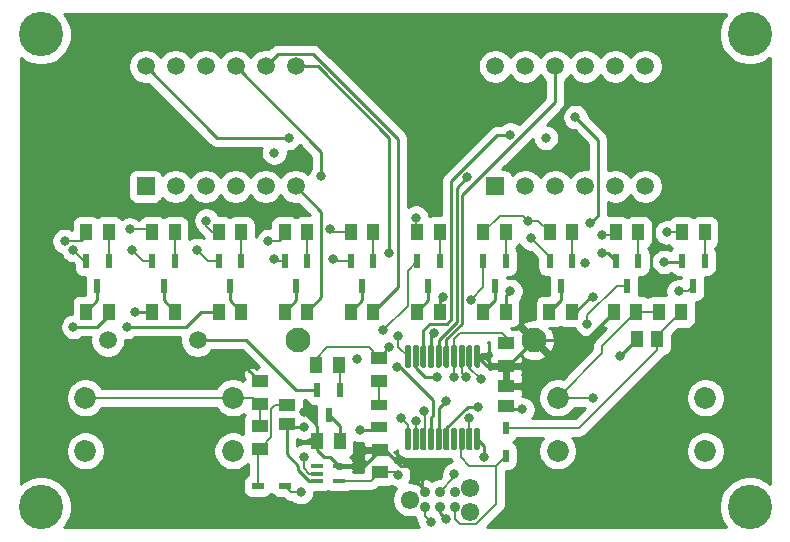
<source format=gbr>
%TF.GenerationSoftware,KiCad,Pcbnew,(5.1.10)-1*%
%TF.CreationDate,2021-09-21T22:06:55+02:00*%
%TF.ProjectId,StopWatch,53746f70-5761-4746-9368-2e6b69636164,rev?*%
%TF.SameCoordinates,Original*%
%TF.FileFunction,Copper,L1,Top*%
%TF.FilePolarity,Positive*%
%FSLAX46Y46*%
G04 Gerber Fmt 4.6, Leading zero omitted, Abs format (unit mm)*
G04 Created by KiCad (PCBNEW (5.1.10)-1) date 2021-09-21 22:06:55*
%MOMM*%
%LPD*%
G01*
G04 APERTURE LIST*
%TA.AperFunction,ComponentPad*%
%ADD10C,1.850000*%
%TD*%
%TA.AperFunction,ComponentPad*%
%ADD11C,1.550000*%
%TD*%
%TA.AperFunction,SMDPad,CuDef*%
%ADD12C,0.889000*%
%TD*%
%TA.AperFunction,SMDPad,CuDef*%
%ADD13R,1.075000X0.500000*%
%TD*%
%TA.AperFunction,SMDPad,CuDef*%
%ADD14R,0.500000X1.075000*%
%TD*%
%TA.AperFunction,ComponentPad*%
%ADD15C,1.500000*%
%TD*%
%TA.AperFunction,ComponentPad*%
%ADD16R,1.500000X1.500000*%
%TD*%
%TA.AperFunction,SMDPad,CuDef*%
%ADD17R,1.400000X1.000000*%
%TD*%
%TA.AperFunction,SMDPad,CuDef*%
%ADD18R,1.000000X1.400000*%
%TD*%
%TA.AperFunction,SMDPad,CuDef*%
%ADD19R,0.600000X1.250000*%
%TD*%
%TA.AperFunction,SMDPad,CuDef*%
%ADD20R,1.050000X0.400000*%
%TD*%
%TA.AperFunction,ComponentPad*%
%ADD21C,2.100000*%
%TD*%
%TA.AperFunction,SMDPad,CuDef*%
%ADD22R,1.400000X0.950000*%
%TD*%
%TA.AperFunction,SMDPad,CuDef*%
%ADD23R,1.470000X1.050000*%
%TD*%
%TA.AperFunction,SMDPad,CuDef*%
%ADD24R,1.050000X1.470000*%
%TD*%
%TA.AperFunction,ViaPad*%
%ADD25C,3.750000*%
%TD*%
%TA.AperFunction,ViaPad*%
%ADD26C,0.800000*%
%TD*%
%TA.AperFunction,Conductor*%
%ADD27C,0.250000*%
%TD*%
%TA.AperFunction,Conductor*%
%ADD28C,0.200000*%
%TD*%
%TA.AperFunction,Conductor*%
%ADD29C,0.254000*%
%TD*%
%TA.AperFunction,Conductor*%
%ADD30C,0.100000*%
%TD*%
G04 APERTURE END LIST*
D10*
%TO.P,S2,4*%
%TO.N,Net-(R15-Pad1)*%
X32252000Y-64256000D03*
%TO.P,S2,3*%
X44752000Y-64256000D03*
%TO.P,S2,2*%
%TO.N,gnd*%
X32252000Y-68756000D03*
%TO.P,S2,1*%
X44752000Y-68756000D03*
%TD*%
%TO.P,IC1,20*%
%TO.N,gnd*%
%TA.AperFunction,SMDPad,CuDef*%
G36*
G01*
X65300000Y-66800000D02*
X65550000Y-66800000D01*
G75*
G02*
X65675000Y-66925000I0J-125000D01*
G01*
X65675000Y-68575000D01*
G75*
G02*
X65550000Y-68700000I-125000J0D01*
G01*
X65300000Y-68700000D01*
G75*
G02*
X65175000Y-68575000I0J125000D01*
G01*
X65175000Y-66925000D01*
G75*
G02*
X65300000Y-66800000I125000J0D01*
G01*
G37*
%TD.AperFunction*%
%TO.P,IC1,19*%
%TO.N,/B_1*%
%TA.AperFunction,SMDPad,CuDef*%
G36*
G01*
X64650000Y-66800000D02*
X64900000Y-66800000D01*
G75*
G02*
X65025000Y-66925000I0J-125000D01*
G01*
X65025000Y-68575000D01*
G75*
G02*
X64900000Y-68700000I-125000J0D01*
G01*
X64650000Y-68700000D01*
G75*
G02*
X64525000Y-68575000I0J125000D01*
G01*
X64525000Y-66925000D01*
G75*
G02*
X64650000Y-66800000I125000J0D01*
G01*
G37*
%TD.AperFunction*%
%TO.P,IC1,18*%
%TO.N,/B_2*%
%TA.AperFunction,SMDPad,CuDef*%
G36*
G01*
X64000000Y-66800000D02*
X64250000Y-66800000D01*
G75*
G02*
X64375000Y-66925000I0J-125000D01*
G01*
X64375000Y-68575000D01*
G75*
G02*
X64250000Y-68700000I-125000J0D01*
G01*
X64000000Y-68700000D01*
G75*
G02*
X63875000Y-68575000I0J125000D01*
G01*
X63875000Y-66925000D01*
G75*
G02*
X64000000Y-66800000I125000J0D01*
G01*
G37*
%TD.AperFunction*%
%TO.P,IC1,17*%
%TO.N,Net-(IC1-Pad17)*%
%TA.AperFunction,SMDPad,CuDef*%
G36*
G01*
X63350000Y-66800000D02*
X63600000Y-66800000D01*
G75*
G02*
X63725000Y-66925000I0J-125000D01*
G01*
X63725000Y-68575000D01*
G75*
G02*
X63600000Y-68700000I-125000J0D01*
G01*
X63350000Y-68700000D01*
G75*
G02*
X63225000Y-68575000I0J125000D01*
G01*
X63225000Y-66925000D01*
G75*
G02*
X63350000Y-66800000I125000J0D01*
G01*
G37*
%TD.AperFunction*%
%TO.P,IC1,16*%
%TO.N,/D_a*%
%TA.AperFunction,SMDPad,CuDef*%
G36*
G01*
X62700000Y-66800000D02*
X62950000Y-66800000D01*
G75*
G02*
X63075000Y-66925000I0J-125000D01*
G01*
X63075000Y-68575000D01*
G75*
G02*
X62950000Y-68700000I-125000J0D01*
G01*
X62700000Y-68700000D01*
G75*
G02*
X62575000Y-68575000I0J125000D01*
G01*
X62575000Y-66925000D01*
G75*
G02*
X62700000Y-66800000I125000J0D01*
G01*
G37*
%TD.AperFunction*%
%TO.P,IC1,15*%
%TO.N,/D_b*%
%TA.AperFunction,SMDPad,CuDef*%
G36*
G01*
X62050000Y-66800000D02*
X62300000Y-66800000D01*
G75*
G02*
X62425000Y-66925000I0J-125000D01*
G01*
X62425000Y-68575000D01*
G75*
G02*
X62300000Y-68700000I-125000J0D01*
G01*
X62050000Y-68700000D01*
G75*
G02*
X61925000Y-68575000I0J125000D01*
G01*
X61925000Y-66925000D01*
G75*
G02*
X62050000Y-66800000I125000J0D01*
G01*
G37*
%TD.AperFunction*%
%TO.P,IC1,14*%
%TO.N,/D_c*%
%TA.AperFunction,SMDPad,CuDef*%
G36*
G01*
X61400000Y-66800000D02*
X61650000Y-66800000D01*
G75*
G02*
X61775000Y-66925000I0J-125000D01*
G01*
X61775000Y-68575000D01*
G75*
G02*
X61650000Y-68700000I-125000J0D01*
G01*
X61400000Y-68700000D01*
G75*
G02*
X61275000Y-68575000I0J125000D01*
G01*
X61275000Y-66925000D01*
G75*
G02*
X61400000Y-66800000I125000J0D01*
G01*
G37*
%TD.AperFunction*%
%TO.P,IC1,13*%
%TO.N,/C_1*%
%TA.AperFunction,SMDPad,CuDef*%
G36*
G01*
X60750000Y-66800000D02*
X61000000Y-66800000D01*
G75*
G02*
X61125000Y-66925000I0J-125000D01*
G01*
X61125000Y-68575000D01*
G75*
G02*
X61000000Y-68700000I-125000J0D01*
G01*
X60750000Y-68700000D01*
G75*
G02*
X60625000Y-68575000I0J125000D01*
G01*
X60625000Y-66925000D01*
G75*
G02*
X60750000Y-66800000I125000J0D01*
G01*
G37*
%TD.AperFunction*%
%TO.P,IC1,12*%
%TO.N,/C_2*%
%TA.AperFunction,SMDPad,CuDef*%
G36*
G01*
X60100000Y-66800000D02*
X60350000Y-66800000D01*
G75*
G02*
X60475000Y-66925000I0J-125000D01*
G01*
X60475000Y-68575000D01*
G75*
G02*
X60350000Y-68700000I-125000J0D01*
G01*
X60100000Y-68700000D01*
G75*
G02*
X59975000Y-68575000I0J125000D01*
G01*
X59975000Y-66925000D01*
G75*
G02*
X60100000Y-66800000I125000J0D01*
G01*
G37*
%TD.AperFunction*%
%TO.P,IC1,11*%
%TO.N,/C_3*%
%TA.AperFunction,SMDPad,CuDef*%
G36*
G01*
X59450000Y-66800000D02*
X59700000Y-66800000D01*
G75*
G02*
X59825000Y-66925000I0J-125000D01*
G01*
X59825000Y-68575000D01*
G75*
G02*
X59700000Y-68700000I-125000J0D01*
G01*
X59450000Y-68700000D01*
G75*
G02*
X59325000Y-68575000I0J125000D01*
G01*
X59325000Y-66925000D01*
G75*
G02*
X59450000Y-66800000I125000J0D01*
G01*
G37*
%TD.AperFunction*%
%TO.P,IC1,10*%
%TO.N,/C_4*%
%TA.AperFunction,SMDPad,CuDef*%
G36*
G01*
X59450000Y-59800000D02*
X59700000Y-59800000D01*
G75*
G02*
X59825000Y-59925000I0J-125000D01*
G01*
X59825000Y-61575000D01*
G75*
G02*
X59700000Y-61700000I-125000J0D01*
G01*
X59450000Y-61700000D01*
G75*
G02*
X59325000Y-61575000I0J125000D01*
G01*
X59325000Y-59925000D01*
G75*
G02*
X59450000Y-59800000I125000J0D01*
G01*
G37*
%TD.AperFunction*%
%TO.P,IC1,9*%
%TO.N,/D_dp*%
%TA.AperFunction,SMDPad,CuDef*%
G36*
G01*
X60100000Y-59800000D02*
X60350000Y-59800000D01*
G75*
G02*
X60475000Y-59925000I0J-125000D01*
G01*
X60475000Y-61575000D01*
G75*
G02*
X60350000Y-61700000I-125000J0D01*
G01*
X60100000Y-61700000D01*
G75*
G02*
X59975000Y-61575000I0J125000D01*
G01*
X59975000Y-59925000D01*
G75*
G02*
X60100000Y-59800000I125000J0D01*
G01*
G37*
%TD.AperFunction*%
%TO.P,IC1,8*%
%TO.N,/D_g*%
%TA.AperFunction,SMDPad,CuDef*%
G36*
G01*
X60750000Y-59800000D02*
X61000000Y-59800000D01*
G75*
G02*
X61125000Y-59925000I0J-125000D01*
G01*
X61125000Y-61575000D01*
G75*
G02*
X61000000Y-61700000I-125000J0D01*
G01*
X60750000Y-61700000D01*
G75*
G02*
X60625000Y-61575000I0J125000D01*
G01*
X60625000Y-59925000D01*
G75*
G02*
X60750000Y-59800000I125000J0D01*
G01*
G37*
%TD.AperFunction*%
%TO.P,IC1,7*%
%TO.N,/D_d*%
%TA.AperFunction,SMDPad,CuDef*%
G36*
G01*
X61400000Y-59800000D02*
X61650000Y-59800000D01*
G75*
G02*
X61775000Y-59925000I0J-125000D01*
G01*
X61775000Y-61575000D01*
G75*
G02*
X61650000Y-61700000I-125000J0D01*
G01*
X61400000Y-61700000D01*
G75*
G02*
X61275000Y-61575000I0J125000D01*
G01*
X61275000Y-59925000D01*
G75*
G02*
X61400000Y-59800000I125000J0D01*
G01*
G37*
%TD.AperFunction*%
%TO.P,IC1,6*%
%TO.N,/D_e*%
%TA.AperFunction,SMDPad,CuDef*%
G36*
G01*
X62050000Y-59800000D02*
X62300000Y-59800000D01*
G75*
G02*
X62425000Y-59925000I0J-125000D01*
G01*
X62425000Y-61575000D01*
G75*
G02*
X62300000Y-61700000I-125000J0D01*
G01*
X62050000Y-61700000D01*
G75*
G02*
X61925000Y-61575000I0J125000D01*
G01*
X61925000Y-59925000D01*
G75*
G02*
X62050000Y-59800000I125000J0D01*
G01*
G37*
%TD.AperFunction*%
%TO.P,IC1,5*%
%TO.N,/D_f*%
%TA.AperFunction,SMDPad,CuDef*%
G36*
G01*
X62700000Y-59800000D02*
X62950000Y-59800000D01*
G75*
G02*
X63075000Y-59925000I0J-125000D01*
G01*
X63075000Y-61575000D01*
G75*
G02*
X62950000Y-61700000I-125000J0D01*
G01*
X62700000Y-61700000D01*
G75*
G02*
X62575000Y-61575000I0J125000D01*
G01*
X62575000Y-59925000D01*
G75*
G02*
X62700000Y-59800000I125000J0D01*
G01*
G37*
%TD.AperFunction*%
%TO.P,IC1,4*%
%TO.N,/MCLR*%
%TA.AperFunction,SMDPad,CuDef*%
G36*
G01*
X63350000Y-59800000D02*
X63600000Y-59800000D01*
G75*
G02*
X63725000Y-59925000I0J-125000D01*
G01*
X63725000Y-61575000D01*
G75*
G02*
X63600000Y-61700000I-125000J0D01*
G01*
X63350000Y-61700000D01*
G75*
G02*
X63225000Y-61575000I0J125000D01*
G01*
X63225000Y-59925000D01*
G75*
G02*
X63350000Y-59800000I125000J0D01*
G01*
G37*
%TD.AperFunction*%
%TO.P,IC1,3*%
%TO.N,/C_U13*%
%TA.AperFunction,SMDPad,CuDef*%
G36*
G01*
X64000000Y-59800000D02*
X64250000Y-59800000D01*
G75*
G02*
X64375000Y-59925000I0J-125000D01*
G01*
X64375000Y-61575000D01*
G75*
G02*
X64250000Y-61700000I-125000J0D01*
G01*
X64000000Y-61700000D01*
G75*
G02*
X63875000Y-61575000I0J125000D01*
G01*
X63875000Y-59925000D01*
G75*
G02*
X64000000Y-59800000I125000J0D01*
G01*
G37*
%TD.AperFunction*%
%TO.P,IC1,2*%
%TO.N,/C_Buzzer*%
%TA.AperFunction,SMDPad,CuDef*%
G36*
G01*
X64650000Y-59800000D02*
X64900000Y-59800000D01*
G75*
G02*
X65025000Y-59925000I0J-125000D01*
G01*
X65025000Y-61575000D01*
G75*
G02*
X64900000Y-61700000I-125000J0D01*
G01*
X64650000Y-61700000D01*
G75*
G02*
X64525000Y-61575000I0J125000D01*
G01*
X64525000Y-59925000D01*
G75*
G02*
X64650000Y-59800000I125000J0D01*
G01*
G37*
%TD.AperFunction*%
%TO.P,IC1,1*%
%TO.N,+3V*%
%TA.AperFunction,SMDPad,CuDef*%
G36*
G01*
X65300000Y-59800000D02*
X65550000Y-59800000D01*
G75*
G02*
X65675000Y-59925000I0J-125000D01*
G01*
X65675000Y-61575000D01*
G75*
G02*
X65550000Y-61700000I-125000J0D01*
G01*
X65300000Y-61700000D01*
G75*
G02*
X65175000Y-61575000I0J125000D01*
G01*
X65175000Y-59925000D01*
G75*
G02*
X65300000Y-59800000I125000J0D01*
G01*
G37*
%TD.AperFunction*%
%TD*%
D11*
%TO.P,J1,9*%
%TO.N,N/C*%
X64790000Y-73901000D03*
%TO.P,J1,8*%
X64790000Y-71869000D03*
%TO.P,J1,7*%
X59710000Y-72885000D03*
D12*
%TO.P,J1,6*%
%TO.N,Net-(J1-Pad6)*%
X63520000Y-72250000D03*
%TO.P,J1,5*%
%TO.N,/B_2*%
X63520000Y-73520000D03*
%TO.P,J1,4*%
%TO.N,/B_1*%
X62250000Y-72250000D03*
%TO.P,J1,3*%
%TO.N,gnd*%
X62250000Y-73520000D03*
%TO.P,J1,2*%
%TO.N,+3V*%
X60980000Y-72250000D03*
%TO.P,J1,1*%
%TO.N,/MCLR*%
X60980000Y-73520000D03*
%TD*%
D13*
%TO.P,D2,2*%
%TO.N,Net-(C3-Pad1)*%
X46838000Y-71750000D03*
%TO.P,D2,1*%
%TO.N,/B_1*%
X49162000Y-71750000D03*
%TD*%
D14*
%TO.P,D1,2*%
%TO.N,Net-(C2-Pad1)*%
X67870000Y-66838000D03*
%TO.P,D1,1*%
%TO.N,/B_2*%
X67870000Y-69162000D03*
%TD*%
D15*
%TO.P,U3,5*%
%TO.N,/D_g*%
X77120000Y-46360000D03*
%TO.P,U3,11*%
%TO.N,/D_a*%
X69500000Y-36200000D03*
%TO.P,U3,12*%
%TO.N,/CC_5*%
X66960000Y-36200000D03*
%TO.P,U3,10*%
%TO.N,/D_f*%
X72040000Y-36200000D03*
%TO.P,U3,9*%
%TO.N,/CC_6*%
X74580000Y-36200000D03*
%TO.P,U3,8*%
%TO.N,/CC_7*%
X77120000Y-36200000D03*
%TO.P,U3,6*%
%TO.N,/CC_8*%
X79660000Y-46360000D03*
%TO.P,U3,7*%
%TO.N,/D_b*%
X79660000Y-36200000D03*
%TO.P,U3,3*%
%TO.N,/D_dp*%
X72040000Y-46360000D03*
%TO.P,U3,4*%
%TO.N,/D_c*%
X74580000Y-46360000D03*
D16*
%TO.P,U3,1*%
%TO.N,/D_e*%
X66960000Y-46360000D03*
D15*
%TO.P,U3,2*%
%TO.N,/D_d*%
X69500000Y-46360000D03*
%TD*%
%TO.P,U1,12*%
%TO.N,/CC_1*%
X37350000Y-36200000D03*
%TO.P,U1,11*%
%TO.N,/D_a*%
X39890000Y-36200000D03*
%TO.P,U1,10*%
%TO.N,/D_f*%
X42430000Y-36200000D03*
%TO.P,U1,9*%
%TO.N,/CC_2*%
X44970000Y-36200000D03*
%TO.P,U1,8*%
%TO.N,/CC_3*%
X47510000Y-36200000D03*
%TO.P,U1,7*%
%TO.N,/D_b*%
X50050000Y-36200000D03*
%TO.P,U1,6*%
%TO.N,/CC_4*%
X50050000Y-46360000D03*
%TO.P,U1,5*%
%TO.N,/D_g*%
X47510000Y-46360000D03*
%TO.P,U1,4*%
%TO.N,/D_c*%
X44970000Y-46360000D03*
%TO.P,U1,3*%
%TO.N,/D_dp*%
X42430000Y-46360000D03*
%TO.P,U1,2*%
%TO.N,/D_d*%
X39890000Y-46360000D03*
D16*
%TO.P,U1,1*%
%TO.N,/D_e*%
X37350000Y-46360000D03*
%TD*%
D17*
%TO.P,R27,2*%
%TO.N,/C_display*%
X57181800Y-70568500D03*
%TO.P,R27,1*%
%TO.N,+3V*%
X57181800Y-68668500D03*
%TD*%
D18*
%TO.P,R26,2*%
%TO.N,Net-(Q11-Pad1)*%
X84680000Y-50240000D03*
%TO.P,R26,1*%
%TO.N,/C_display*%
X82780000Y-50240000D03*
%TD*%
%TO.P,R25,2*%
%TO.N,Net-(Q10-Pad1)*%
X79073700Y-50230000D03*
%TO.P,R25,1*%
%TO.N,/C_U13*%
X77173700Y-50230000D03*
%TD*%
%TO.P,R24,2*%
%TO.N,/CC_8*%
X34223400Y-56960000D03*
%TO.P,R24,1*%
%TO.N,Net-(Q9-Pad3)*%
X32323400Y-56960000D03*
%TD*%
%TO.P,R23,2*%
%TO.N,Net-(Q9-Pad1)*%
X34223400Y-50221000D03*
%TO.P,R23,1*%
%TO.N,/C_4*%
X32323400Y-50221000D03*
%TD*%
%TO.P,R22,2*%
%TO.N,/CC_7*%
X37927200Y-56960000D03*
%TO.P,R22,1*%
%TO.N,Net-(Q8-Pad3)*%
X39827200Y-56960000D03*
%TD*%
%TO.P,R21,2*%
%TO.N,Net-(Q8-Pad1)*%
X39829700Y-50221000D03*
%TO.P,R21,1*%
%TO.N,/C_3*%
X37929700Y-50221000D03*
%TD*%
%TO.P,R20,2*%
%TO.N,/CC_6*%
X43531000Y-56960000D03*
%TO.P,R20,1*%
%TO.N,Net-(Q7-Pad3)*%
X45431000Y-56960000D03*
%TD*%
%TO.P,R19,2*%
%TO.N,Net-(Q7-Pad1)*%
X45436000Y-50221000D03*
%TO.P,R19,1*%
%TO.N,/C_2*%
X43536000Y-50221000D03*
%TD*%
%TO.P,R18,2*%
%TO.N,/CC_5*%
X73450000Y-56960000D03*
%TO.P,R18,1*%
%TO.N,Net-(Q6-Pad3)*%
X71550000Y-56960000D03*
%TD*%
%TO.P,R17,2*%
%TO.N,Net-(Q6-Pad1)*%
X73467400Y-50221000D03*
%TO.P,R17,1*%
%TO.N,/C_1*%
X71567400Y-50221000D03*
%TD*%
D19*
%TO.P,Q11,3*%
%TO.N,/U3*%
X83730000Y-54772600D03*
%TO.P,Q11,2*%
%TO.N,gnd*%
X82775000Y-52672600D03*
%TO.P,Q11,1*%
%TO.N,Net-(Q11-Pad1)*%
X84685000Y-52672600D03*
%TD*%
%TO.P,Q10,3*%
%TO.N,/U1*%
X78123700Y-54771800D03*
%TO.P,Q10,2*%
%TO.N,gnd*%
X77168700Y-52671800D03*
%TO.P,Q10,1*%
%TO.N,Net-(Q10-Pad1)*%
X79078700Y-52671800D03*
%TD*%
%TO.P,Q9,3*%
%TO.N,Net-(Q9-Pad3)*%
X33273400Y-54776200D03*
%TO.P,Q9,2*%
%TO.N,/U1*%
X32318400Y-52676200D03*
%TO.P,Q9,1*%
%TO.N,Net-(Q9-Pad1)*%
X34228400Y-52676200D03*
%TD*%
%TO.P,Q8,3*%
%TO.N,Net-(Q8-Pad3)*%
X38879700Y-54776200D03*
%TO.P,Q8,2*%
%TO.N,/U1*%
X37924700Y-52676200D03*
%TO.P,Q8,1*%
%TO.N,Net-(Q8-Pad1)*%
X39834700Y-52676200D03*
%TD*%
%TO.P,Q7,3*%
%TO.N,Net-(Q7-Pad3)*%
X44486000Y-54776200D03*
%TO.P,Q7,2*%
%TO.N,/U1*%
X43531000Y-52676200D03*
%TO.P,Q7,1*%
%TO.N,Net-(Q7-Pad1)*%
X45441000Y-52676200D03*
%TD*%
%TO.P,Q6,3*%
%TO.N,Net-(Q6-Pad3)*%
X72517400Y-54776200D03*
%TO.P,Q6,2*%
%TO.N,/U1*%
X71562400Y-52676200D03*
%TO.P,Q6,1*%
%TO.N,Net-(Q6-Pad1)*%
X73472400Y-52676200D03*
%TD*%
D20*
%TO.P,IC2,5*%
%TO.N,+3V*%
X53747100Y-70040000D03*
%TO.P,IC2,4*%
%TO.N,/C_display*%
X53747100Y-71340000D03*
%TO.P,IC2,3*%
%TO.N,gnd*%
X51847100Y-71340000D03*
%TO.P,IC2,2*%
%TO.N,/C_U13*%
X51847100Y-70690000D03*
%TO.P,IC2,1*%
%TO.N,Net-(IC2-Pad1)*%
X51847100Y-70040000D03*
%TD*%
D10*
%TO.P,S1,4*%
%TO.N,Net-(R11-Pad1)*%
X72252000Y-64256000D03*
%TO.P,S1,3*%
X84752000Y-64256000D03*
%TO.P,S1,2*%
%TO.N,gnd*%
X72252000Y-68756000D03*
%TO.P,S1,1*%
X84752000Y-68756000D03*
%TD*%
D21*
%TO.P,U2,2*%
%TO.N,gnd*%
X50228500Y-59378700D03*
%TO.P,U2,1*%
%TO.N,+3V*%
X70228500Y-59378700D03*
%TD*%
D17*
%TO.P,R16,2*%
%TO.N,Net-(C3-Pad1)*%
X47003800Y-68583100D03*
%TO.P,R16,1*%
%TO.N,Net-(R15-Pad1)*%
X47003800Y-66683100D03*
%TD*%
%TO.P,R15,2*%
%TO.N,+3V*%
X47003800Y-62873100D03*
%TO.P,R15,1*%
%TO.N,Net-(R15-Pad1)*%
X47003800Y-64773100D03*
%TD*%
D18*
%TO.P,R14,2*%
%TO.N,Net-(Q5-Pad3)*%
X53796000Y-67936000D03*
%TO.P,R14,1*%
%TO.N,+3V*%
X51896000Y-67936000D03*
%TD*%
%TO.P,R13,2*%
%TO.N,Net-(Q5-Pad1)*%
X53700000Y-61500000D03*
%TO.P,R13,1*%
%TO.N,/C_Buzzer*%
X51800000Y-61500000D03*
%TD*%
%TO.P,R12,2*%
%TO.N,Net-(C2-Pad1)*%
X82722000Y-56982000D03*
%TO.P,R12,1*%
%TO.N,Net-(R11-Pad1)*%
X80822000Y-56982000D03*
%TD*%
%TO.P,R11,2*%
%TO.N,+3V*%
X77012000Y-56982000D03*
%TO.P,R11,1*%
%TO.N,Net-(R11-Pad1)*%
X78912000Y-56982000D03*
%TD*%
%TO.P,R10,2*%
%TO.N,/CC_4*%
X51034800Y-56960000D03*
%TO.P,R10,1*%
%TO.N,Net-(Q4-Pad3)*%
X49134800Y-56960000D03*
%TD*%
%TO.P,R9,2*%
%TO.N,Net-(Q4-Pad1)*%
X51042300Y-50221000D03*
%TO.P,R9,1*%
%TO.N,/C_4*%
X49142300Y-50221000D03*
%TD*%
%TO.P,R8,2*%
%TO.N,/CC_3*%
X56638600Y-56960000D03*
%TO.P,R8,1*%
%TO.N,Net-(Q3-Pad3)*%
X54738600Y-56960000D03*
%TD*%
%TO.P,R7,2*%
%TO.N,Net-(Q3-Pad1)*%
X56648600Y-50221000D03*
%TO.P,R7,1*%
%TO.N,/C_3*%
X54748600Y-50221000D03*
%TD*%
%TO.P,R6,2*%
%TO.N,/CC_2*%
X62242400Y-56960000D03*
%TO.P,R6,1*%
%TO.N,Net-(Q2-Pad3)*%
X60342400Y-56960000D03*
%TD*%
%TO.P,R5,2*%
%TO.N,Net-(Q2-Pad1)*%
X62254800Y-50221000D03*
%TO.P,R5,1*%
%TO.N,/C_2*%
X60354800Y-50221000D03*
%TD*%
%TO.P,R4,2*%
%TO.N,/CC_1*%
X67846200Y-56960000D03*
%TO.P,R4,1*%
%TO.N,Net-(Q1-Pad3)*%
X65946200Y-56960000D03*
%TD*%
D17*
%TO.P,R3,2*%
%TO.N,Net-(LED1-Pad2)*%
X57156000Y-62799000D03*
%TO.P,R3,1*%
%TO.N,/C_Buzzer*%
X57156000Y-60899000D03*
%TD*%
%TO.P,R2,2*%
%TO.N,/MCLR*%
X67870000Y-59654000D03*
%TO.P,R2,1*%
%TO.N,+3V*%
X67870000Y-61554000D03*
%TD*%
D18*
%TO.P,R1,2*%
%TO.N,Net-(Q1-Pad1)*%
X67861100Y-50221000D03*
%TO.P,R1,1*%
%TO.N,/C_1*%
X65961100Y-50221000D03*
%TD*%
D19*
%TO.P,Q5,3*%
%TO.N,Net-(Q5-Pad3)*%
X52846000Y-65684000D03*
%TO.P,Q5,2*%
%TO.N,Net-(LS1-Pad1)*%
X51891000Y-63584000D03*
%TO.P,Q5,1*%
%TO.N,Net-(Q5-Pad1)*%
X53801000Y-63584000D03*
%TD*%
%TO.P,Q4,3*%
%TO.N,Net-(Q4-Pad3)*%
X50092300Y-54776200D03*
%TO.P,Q4,2*%
%TO.N,/U3*%
X49137300Y-52676200D03*
%TO.P,Q4,1*%
%TO.N,Net-(Q4-Pad1)*%
X51047300Y-52676200D03*
%TD*%
%TO.P,Q3,3*%
%TO.N,Net-(Q3-Pad3)*%
X55698600Y-54776200D03*
%TO.P,Q3,2*%
%TO.N,/U3*%
X54743600Y-52676200D03*
%TO.P,Q3,1*%
%TO.N,Net-(Q3-Pad1)*%
X56653600Y-52676200D03*
%TD*%
%TO.P,Q2,3*%
%TO.N,Net-(Q2-Pad3)*%
X61304800Y-54776200D03*
%TO.P,Q2,2*%
%TO.N,/U3*%
X60349800Y-52676200D03*
%TO.P,Q2,1*%
%TO.N,Net-(Q2-Pad1)*%
X62259800Y-52676200D03*
%TD*%
%TO.P,Q1,3*%
%TO.N,Net-(Q1-Pad3)*%
X66911100Y-54776200D03*
%TO.P,Q1,2*%
%TO.N,/U3*%
X65956100Y-52676200D03*
%TO.P,Q1,1*%
%TO.N,Net-(Q1-Pad1)*%
X67866100Y-52676200D03*
%TD*%
D15*
%TO.P,LS1,2*%
%TO.N,gnd*%
X34157600Y-59378700D03*
%TO.P,LS1,1*%
%TO.N,Net-(LS1-Pad1)*%
X41757600Y-59378700D03*
%TD*%
D22*
%TO.P,LED1,2*%
%TO.N,Net-(LED1-Pad2)*%
X57122000Y-64832000D03*
%TO.P,LED1,1*%
%TO.N,gnd*%
X57122000Y-66732000D03*
%TD*%
D23*
%TO.P,C3,2*%
%TO.N,gnd*%
X49289800Y-66519100D03*
%TO.P,C3,1*%
%TO.N,Net-(C3-Pad1)*%
X49289800Y-64839100D03*
%TD*%
D24*
%TO.P,C2,2*%
%TO.N,gnd*%
X78978000Y-59268000D03*
%TO.P,C2,1*%
%TO.N,Net-(C2-Pad1)*%
X80658000Y-59268000D03*
%TD*%
D23*
%TO.P,C1,2*%
%TO.N,gnd*%
X67870000Y-64934000D03*
%TO.P,C1,1*%
%TO.N,+3V*%
X67870000Y-63254000D03*
%TD*%
D25*
%TO.N,gnd*%
X28500000Y-33500000D03*
X88500000Y-33500000D03*
X28500000Y-73500000D03*
X88500000Y-73500000D03*
D26*
X62750000Y-74500000D03*
X66000000Y-69250000D03*
X69250000Y-65250000D03*
X55500000Y-67000000D03*
X50750000Y-66750000D03*
X76000000Y-52000000D03*
X81250000Y-52750000D03*
X77500000Y-60750000D03*
%TO.N,+3V*%
X61250000Y-70750000D03*
X50750000Y-65500000D03*
X46000000Y-61250000D03*
%TO.N,/B_1*%
X63500000Y-70750000D03*
X64750000Y-66000000D03*
X50500000Y-72250000D03*
%TO.N,/D_a*%
X65500000Y-65000000D03*
X75000000Y-49500000D03*
X73750000Y-40500000D03*
%TO.N,/D_b*%
X62755025Y-64505025D03*
X58000000Y-52000000D03*
%TO.N,/D_c*%
X58619975Y-61630025D03*
X55250000Y-61000000D03*
%TO.N,/C_1*%
X60950000Y-65417948D03*
X69750000Y-49250000D03*
%TO.N,/C_2*%
X60250000Y-66250000D03*
X60250000Y-49000000D03*
X42500000Y-49250000D03*
%TO.N,/C_3*%
X59000000Y-66000000D03*
X36000000Y-50000000D03*
X53000000Y-50000000D03*
%TO.N,/C_4*%
X58750000Y-59000000D03*
X30500000Y-51000000D03*
X47750000Y-51000000D03*
%TO.N,/D_dp*%
X62000000Y-62500000D03*
%TO.N,/D_g*%
X48250000Y-43500000D03*
X68229846Y-41979846D03*
%TO.N,/D_d*%
X61743615Y-58743615D03*
%TO.N,/D_e*%
X64604846Y-45604846D03*
%TO.N,/C_Buzzer*%
X65750000Y-62675000D03*
X58000000Y-60000000D03*
%TO.N,/CC_1*%
X68249847Y-55224847D03*
X49500000Y-42250000D03*
%TO.N,/CC_2*%
X62500000Y-55750000D03*
X52250000Y-45500000D03*
%TO.N,Net-(R11-Pad1)*%
X75250000Y-64250000D03*
%TO.N,/MCLR*%
X61500000Y-74750000D03*
X63500000Y-62500000D03*
%TO.N,/C_U13*%
X50750000Y-69250000D03*
X64500000Y-62500000D03*
X76000000Y-50500000D03*
%TO.N,/C_display*%
X58737347Y-70762653D03*
X81500000Y-50250000D03*
%TO.N,/U3*%
X48250000Y-52500000D03*
X53250000Y-52500000D03*
X57500000Y-58500000D03*
X64873946Y-56000000D03*
X74550000Y-52880025D03*
X82500000Y-55250000D03*
%TO.N,/U1*%
X31250000Y-51750000D03*
X41750000Y-51750000D03*
X36174999Y-51750000D03*
X70000000Y-50750000D03*
X74750000Y-58000000D03*
%TO.N,/CC_5*%
X75250000Y-55750000D03*
X71250000Y-42250000D03*
%TO.N,/CC_6*%
X35750000Y-58250000D03*
%TO.N,/CC_7*%
X36500000Y-57000000D03*
%TO.N,/CC_8*%
X31250000Y-58250000D03*
%TD*%
D27*
%TO.N,gnd*%
X62250000Y-74000000D02*
X62750000Y-74500000D01*
X62250000Y-73520000D02*
X62250000Y-74000000D01*
X66000000Y-68325000D02*
X65425000Y-67750000D01*
X66000000Y-69250000D02*
X66000000Y-68325000D01*
X68186000Y-65250000D02*
X67870000Y-64934000D01*
X69250000Y-65250000D02*
X68186000Y-65250000D01*
X56854000Y-67000000D02*
X57122000Y-66732000D01*
X55500000Y-67000000D02*
X56854000Y-67000000D01*
X49289800Y-66519100D02*
X49289800Y-69039800D01*
X49289800Y-69039800D02*
X50250000Y-70000000D01*
X51187098Y-71340000D02*
X51847100Y-71340000D01*
X50250000Y-70402902D02*
X51187098Y-71340000D01*
X50250000Y-70000000D02*
X50250000Y-70402902D01*
X49520700Y-66750000D02*
X49289800Y-66519100D01*
X50750000Y-66750000D02*
X49520700Y-66750000D01*
X77168700Y-52671800D02*
X76496900Y-52000000D01*
X76496900Y-52000000D02*
X76000000Y-52000000D01*
X82697600Y-52750000D02*
X82775000Y-52672600D01*
X81250000Y-52750000D02*
X82697600Y-52750000D01*
X77500000Y-60746000D02*
X78978000Y-59268000D01*
X77500000Y-60750000D02*
X77500000Y-60746000D01*
%TO.N,+3V*%
X60750000Y-72020000D02*
X60980000Y-72250000D01*
X60750000Y-71250000D02*
X60750000Y-72020000D01*
X61250000Y-70750000D02*
X60750000Y-71250000D01*
X68053200Y-61554000D02*
X70228500Y-59378700D01*
X67870000Y-61554000D02*
X68053200Y-61554000D01*
X66229000Y-61554000D02*
X65425000Y-60750000D01*
X67870000Y-61554000D02*
X66229000Y-61554000D01*
X55810300Y-70040000D02*
X57181800Y-68668500D01*
X53747100Y-70040000D02*
X55810300Y-70040000D01*
X53747100Y-70040000D02*
X53747100Y-69997100D01*
X53747100Y-69997100D02*
X53000000Y-69250000D01*
X53000000Y-69250000D02*
X52500000Y-69250000D01*
X51896000Y-68646000D02*
X51896000Y-67936000D01*
X52500000Y-69250000D02*
X51896000Y-68646000D01*
X51896000Y-66646000D02*
X50750000Y-65500000D01*
X51896000Y-67936000D02*
X51896000Y-66646000D01*
X46000000Y-61869300D02*
X47003800Y-62873100D01*
X46000000Y-61250000D02*
X46000000Y-61869300D01*
X61250000Y-70750000D02*
X60500000Y-70000000D01*
X60500000Y-70000000D02*
X59000000Y-70000000D01*
X57668500Y-68668500D02*
X57181800Y-68668500D01*
X59000000Y-70000000D02*
X57668500Y-68668500D01*
X74615300Y-59378700D02*
X77012000Y-56982000D01*
X70228500Y-59378700D02*
X74615300Y-59378700D01*
X67870000Y-61554000D02*
X67870000Y-63254000D01*
D28*
%TO.N,/B_2*%
X64025010Y-67974990D02*
X64025010Y-69275010D01*
X64125000Y-67875000D02*
X64025010Y-67974990D01*
X64125000Y-67750000D02*
X64125000Y-67875000D01*
X64025010Y-69275010D02*
X64750000Y-70000000D01*
X67032000Y-70000000D02*
X67870000Y-69162000D01*
X64750000Y-70000000D02*
X67032000Y-70000000D01*
X63520000Y-73520000D02*
X63520000Y-74520000D01*
X65306001Y-74976001D02*
X67032000Y-73250002D01*
X67032000Y-73250002D02*
X67032000Y-70000000D01*
X63976001Y-74976001D02*
X65306001Y-74976001D01*
X63520000Y-74520000D02*
X63976001Y-74976001D01*
%TO.N,/B_1*%
X62250000Y-72250000D02*
X63500000Y-71000000D01*
X63500000Y-71000000D02*
X63500000Y-70750000D01*
X64750000Y-67725000D02*
X64775000Y-67750000D01*
X64750000Y-66000000D02*
X64750000Y-67725000D01*
X49662000Y-72250000D02*
X49162000Y-71750000D01*
X50500000Y-72250000D02*
X49662000Y-72250000D01*
D27*
%TO.N,/D_a*%
X62825000Y-66800000D02*
X64625000Y-65000000D01*
X62825000Y-67750000D02*
X62825000Y-66800000D01*
X64625000Y-65000000D02*
X65500000Y-65000000D01*
X75655001Y-48844999D02*
X75655001Y-42405001D01*
X75000000Y-49500000D02*
X75655001Y-48844999D01*
X75655001Y-42405001D02*
X73750000Y-40500000D01*
%TO.N,/D_b*%
X62175000Y-65085050D02*
X62755025Y-64505025D01*
X62175000Y-67750000D02*
X62175000Y-65085050D01*
X51950000Y-36200000D02*
X50050000Y-36200000D01*
X58000000Y-42250000D02*
X51950000Y-36200000D01*
X58000000Y-52000000D02*
X58000000Y-42250000D01*
%TO.N,/D_c*%
X61675001Y-64436413D02*
X58750000Y-61511412D01*
X61675001Y-65765949D02*
X61675001Y-64436413D01*
X61525000Y-65915950D02*
X61675001Y-65765949D01*
X61525000Y-67750000D02*
X61525000Y-65915950D01*
X58750000Y-61511412D02*
X58750000Y-61750000D01*
D28*
%TO.N,/C_1*%
X60974990Y-67525010D02*
X60974990Y-65775010D01*
X60875000Y-67625000D02*
X60974990Y-67525010D01*
X60875000Y-67750000D02*
X60875000Y-67625000D01*
X60950000Y-65750020D02*
X60950000Y-65417948D01*
X60974990Y-65775010D02*
X60950000Y-65750020D01*
X70596400Y-49250000D02*
X71567400Y-50221000D01*
X69750000Y-49250000D02*
X70596400Y-49250000D01*
X67332099Y-48850001D02*
X65961100Y-50221000D01*
X69350001Y-48850001D02*
X67332099Y-48850001D01*
X69750000Y-49250000D02*
X69350001Y-48850001D01*
%TO.N,/C_2*%
X60225000Y-67750000D02*
X60225000Y-66275000D01*
X60225000Y-66275000D02*
X60250000Y-66250000D01*
X60250000Y-50116200D02*
X60354800Y-50221000D01*
X60250000Y-49000000D02*
X60250000Y-50116200D01*
X42500000Y-49750000D02*
X42500000Y-49250000D01*
X42971000Y-50221000D02*
X42500000Y-49750000D01*
X43536000Y-50221000D02*
X42971000Y-50221000D01*
%TO.N,/C_3*%
X59575000Y-66575000D02*
X59000000Y-66000000D01*
X59575000Y-67750000D02*
X59575000Y-66575000D01*
X37708700Y-50000000D02*
X37929700Y-50221000D01*
X36000000Y-50000000D02*
X37708700Y-50000000D01*
X53221000Y-50221000D02*
X53000000Y-50000000D01*
X54748600Y-50221000D02*
X53221000Y-50221000D01*
%TO.N,/C_4*%
X59575000Y-60750000D02*
X58750000Y-59925000D01*
X58750000Y-59925000D02*
X58750000Y-59000000D01*
X32323400Y-50221000D02*
X32323400Y-50676600D01*
X32000000Y-51000000D02*
X30500000Y-51000000D01*
X32323400Y-50676600D02*
X32000000Y-51000000D01*
X49142300Y-50221000D02*
X49142300Y-50607700D01*
X48750000Y-51000000D02*
X47750000Y-51000000D01*
X49142300Y-50607700D02*
X48750000Y-51000000D01*
D27*
%TO.N,/D_dp*%
X61025000Y-62500000D02*
X62000000Y-62500000D01*
X60225000Y-61700000D02*
X61025000Y-62500000D01*
X60225000Y-60750000D02*
X60225000Y-61700000D01*
%TO.N,/D_g*%
X61395614Y-58018614D02*
X62857512Y-58018614D01*
X60875000Y-58539228D02*
X61395614Y-58018614D01*
X60875000Y-60750000D02*
X60875000Y-58539228D01*
X62857512Y-58018614D02*
X63248926Y-57627200D01*
X63248926Y-45887764D02*
X67136690Y-42000000D01*
X63248926Y-57627200D02*
X63248926Y-45887764D01*
X68209692Y-42000000D02*
X68229846Y-41979846D01*
X67136690Y-42000000D02*
X68209692Y-42000000D01*
%TO.N,/D_d*%
X61525000Y-60750000D02*
X61525000Y-58975000D01*
X61743615Y-58756385D02*
X61743615Y-58743615D01*
X61525000Y-58975000D02*
X61743615Y-58756385D01*
%TO.N,/D_e*%
X62175000Y-60750000D02*
X62175000Y-59337536D01*
X63698936Y-46510756D02*
X64604846Y-45604846D01*
X63698936Y-57813600D02*
X63698936Y-46510756D01*
X62175000Y-59337536D02*
X63698936Y-57813600D01*
%TO.N,/D_f*%
X62825000Y-59323946D02*
X64148946Y-58000000D01*
X62825000Y-60750000D02*
X62825000Y-59323946D01*
X72040000Y-39194998D02*
X72040000Y-36200000D01*
X64148946Y-47086052D02*
X72040000Y-39194998D01*
X64148946Y-58000000D02*
X64148946Y-47086052D01*
D28*
%TO.N,/C_Buzzer*%
X57156000Y-60899000D02*
X57149000Y-60899000D01*
X57149000Y-60899000D02*
X56250000Y-60000000D01*
X56250000Y-60000000D02*
X52750000Y-60000000D01*
X51800000Y-60950000D02*
X51800000Y-61500000D01*
X52750000Y-60000000D02*
X51800000Y-60950000D01*
X64775000Y-61700000D02*
X65750000Y-62675000D01*
X64775000Y-60750000D02*
X64775000Y-61700000D01*
X58000000Y-60055000D02*
X57156000Y-60899000D01*
X58000000Y-60000000D02*
X58000000Y-60055000D01*
%TO.N,Net-(LED1-Pad2)*%
X57122000Y-62833000D02*
X57156000Y-62799000D01*
X57122000Y-64832000D02*
X57122000Y-62833000D01*
D27*
%TO.N,Net-(LS1-Pad1)*%
X41757600Y-59378700D02*
X45878700Y-59378700D01*
X50084000Y-63584000D02*
X51891000Y-63584000D01*
X45878700Y-59378700D02*
X50084000Y-63584000D01*
%TO.N,Net-(Q1-Pad3)*%
X66911100Y-55995100D02*
X65946200Y-56960000D01*
X66911100Y-54776200D02*
X66911100Y-55995100D01*
D28*
%TO.N,Net-(Q1-Pad1)*%
X67861100Y-52671200D02*
X67866100Y-52676200D01*
X67861100Y-50221000D02*
X67861100Y-52671200D01*
D27*
%TO.N,Net-(Q2-Pad3)*%
X61304800Y-55997600D02*
X60342400Y-56960000D01*
X61304800Y-54776200D02*
X61304800Y-55997600D01*
D28*
%TO.N,Net-(Q2-Pad1)*%
X62254800Y-52671200D02*
X62259800Y-52676200D01*
X62254800Y-50221000D02*
X62254800Y-52671200D01*
D27*
%TO.N,Net-(Q3-Pad3)*%
X55698600Y-56000000D02*
X54738600Y-56960000D01*
X55698600Y-54776200D02*
X55698600Y-56000000D01*
D28*
%TO.N,Net-(Q3-Pad1)*%
X56648600Y-52671200D02*
X56653600Y-52676200D01*
X56648600Y-50221000D02*
X56648600Y-52671200D01*
D27*
%TO.N,Net-(Q4-Pad3)*%
X50092300Y-56002500D02*
X49134800Y-56960000D01*
X50092300Y-54776200D02*
X50092300Y-56002500D01*
D28*
%TO.N,Net-(Q4-Pad1)*%
X51042300Y-52671200D02*
X51047300Y-52676200D01*
X51042300Y-50221000D02*
X51042300Y-52671200D01*
D27*
%TO.N,Net-(Q5-Pad3)*%
X53796000Y-66634000D02*
X52846000Y-65684000D01*
X53796000Y-67936000D02*
X53796000Y-66634000D01*
D28*
%TO.N,Net-(Q5-Pad1)*%
X53801000Y-61601000D02*
X53700000Y-61500000D01*
X53801000Y-63584000D02*
X53801000Y-61601000D01*
D27*
%TO.N,/CC_1*%
X67846200Y-55628494D02*
X68249847Y-55224847D01*
X67846200Y-56960000D02*
X67846200Y-55628494D01*
X43400000Y-42250000D02*
X37350000Y-36200000D01*
X49500000Y-42250000D02*
X43400000Y-42250000D01*
%TO.N,/CC_2*%
X62242400Y-56007600D02*
X62500000Y-55750000D01*
X62242400Y-56960000D02*
X62242400Y-56007600D01*
X52250000Y-43480000D02*
X44970000Y-36200000D01*
X52250000Y-45500000D02*
X52250000Y-43480000D01*
%TO.N,/CC_3*%
X48585001Y-35124999D02*
X47510000Y-36200000D01*
X51511409Y-35124999D02*
X48585001Y-35124999D01*
X58725001Y-42338591D02*
X51511409Y-35124999D01*
X58725001Y-54873599D02*
X58725001Y-42338591D01*
X56638600Y-56960000D02*
X58725001Y-54873599D01*
%TO.N,/CC_4*%
X51034800Y-56960000D02*
X51040000Y-56960000D01*
X51040000Y-56960000D02*
X52250000Y-55750000D01*
X52250000Y-48560000D02*
X50050000Y-46360000D01*
X52250000Y-55750000D02*
X52250000Y-48560000D01*
D28*
%TO.N,Net-(R11-Pad1)*%
X80822000Y-56982000D02*
X78912000Y-56982000D01*
X78912000Y-56982000D02*
X76000000Y-59894000D01*
X76000000Y-60508000D02*
X72252000Y-64256000D01*
X76000000Y-59894000D02*
X76000000Y-60508000D01*
X75244000Y-64256000D02*
X75250000Y-64250000D01*
X72252000Y-64256000D02*
X75244000Y-64256000D01*
%TO.N,Net-(R15-Pad1)*%
X47003800Y-66683100D02*
X47003800Y-64773100D01*
X46486700Y-64256000D02*
X47003800Y-64773100D01*
X44752000Y-64256000D02*
X46486700Y-64256000D01*
X44752000Y-64256000D02*
X32252000Y-64256000D01*
%TO.N,/MCLR*%
X67870000Y-59120000D02*
X67870000Y-59654000D01*
X64000000Y-58750000D02*
X67500000Y-58750000D01*
X67500000Y-58750000D02*
X67870000Y-59120000D01*
X63475000Y-59275000D02*
X64000000Y-58750000D01*
X63475000Y-60750000D02*
X63475000Y-59275000D01*
X60980000Y-73520000D02*
X60980000Y-74230000D01*
X60980000Y-74230000D02*
X61500000Y-74750000D01*
X63500000Y-60775000D02*
X63475000Y-60750000D01*
X63500000Y-62500000D02*
X63500000Y-60775000D01*
%TO.N,/C_U13*%
X51232098Y-70690000D02*
X50750000Y-70207902D01*
X51847100Y-70690000D02*
X51232098Y-70690000D01*
X50750000Y-70207902D02*
X50750000Y-69250000D01*
X64125000Y-62125000D02*
X64125000Y-60750000D01*
X64500000Y-62500000D02*
X64125000Y-62125000D01*
X76903700Y-50500000D02*
X77173700Y-50230000D01*
X76000000Y-50500000D02*
X76903700Y-50500000D01*
%TO.N,/C_display*%
X56410300Y-71340000D02*
X57181800Y-70568500D01*
X53747100Y-71340000D02*
X56410300Y-71340000D01*
X58543194Y-70568500D02*
X58737347Y-70762653D01*
X57181800Y-70568500D02*
X58543194Y-70568500D01*
X82770000Y-50250000D02*
X82780000Y-50240000D01*
X81500000Y-50250000D02*
X82770000Y-50250000D01*
%TO.N,/U3*%
X49137300Y-52676200D02*
X48426200Y-52676200D01*
X48426200Y-52676200D02*
X48250000Y-52500000D01*
X53426200Y-52676200D02*
X53250000Y-52500000D01*
X54743600Y-52676200D02*
X53426200Y-52676200D01*
X59542399Y-53483601D02*
X59542399Y-56457601D01*
X60349800Y-52676200D02*
X59542399Y-53483601D01*
X59542399Y-56457601D02*
X57500000Y-58500000D01*
X65956100Y-54917846D02*
X65956100Y-52676200D01*
X64873946Y-56000000D02*
X65956100Y-54917846D01*
X83252600Y-55250000D02*
X83730000Y-54772600D01*
X82500000Y-55250000D02*
X83252600Y-55250000D01*
D27*
%TO.N,Net-(Q6-Pad3)*%
X72517400Y-55992600D02*
X71550000Y-56960000D01*
X72517400Y-54776200D02*
X72517400Y-55992600D01*
D28*
%TO.N,/U1*%
X32318400Y-52676200D02*
X32176200Y-52676200D01*
X32176200Y-52676200D02*
X31250000Y-51750000D01*
X42676200Y-52676200D02*
X41750000Y-51750000D01*
X43531000Y-52676200D02*
X42676200Y-52676200D01*
X37101199Y-52676200D02*
X36174999Y-51750000D01*
X37924700Y-52676200D02*
X37101199Y-52676200D01*
X71562400Y-52312400D02*
X71562400Y-52676200D01*
X70000000Y-50750000D02*
X71562400Y-52312400D01*
X77264202Y-54771800D02*
X74750000Y-57286002D01*
X78123700Y-54771800D02*
X77264202Y-54771800D01*
X74750000Y-57286002D02*
X74750000Y-58000000D01*
%TO.N,Net-(Q6-Pad1)*%
X73467400Y-52671200D02*
X73472400Y-52676200D01*
X73467400Y-50221000D02*
X73467400Y-52671200D01*
D27*
%TO.N,Net-(Q7-Pad3)*%
X44486000Y-56015000D02*
X45431000Y-56960000D01*
X44486000Y-54776200D02*
X44486000Y-56015000D01*
D28*
%TO.N,Net-(Q7-Pad1)*%
X45436000Y-52671200D02*
X45441000Y-52676200D01*
X45436000Y-50221000D02*
X45436000Y-52671200D01*
D27*
%TO.N,Net-(Q8-Pad3)*%
X38879700Y-56012500D02*
X39827200Y-56960000D01*
X38879700Y-54776200D02*
X38879700Y-56012500D01*
D28*
%TO.N,Net-(Q8-Pad1)*%
X39829700Y-50221000D02*
X39829700Y-52079700D01*
X39834700Y-52084700D02*
X39834700Y-52676200D01*
X39829700Y-52079700D02*
X39834700Y-52084700D01*
D27*
%TO.N,Net-(Q9-Pad3)*%
X33273400Y-56010000D02*
X32323400Y-56960000D01*
X33273400Y-54776200D02*
X33273400Y-56010000D01*
D28*
%TO.N,Net-(Q9-Pad1)*%
X34223400Y-52671200D02*
X34228400Y-52676200D01*
X34223400Y-50221000D02*
X34223400Y-52671200D01*
%TO.N,Net-(Q10-Pad1)*%
X79073700Y-52666800D02*
X79078700Y-52671800D01*
X79073700Y-50230000D02*
X79073700Y-52666800D01*
%TO.N,Net-(Q11-Pad1)*%
X84685000Y-50245000D02*
X84680000Y-50240000D01*
X84685000Y-52672600D02*
X84685000Y-50245000D01*
D27*
%TO.N,/CC_5*%
X73450000Y-56960000D02*
X73790000Y-56960000D01*
X75000000Y-55750000D02*
X75250000Y-55750000D01*
X73790000Y-56960000D02*
X75000000Y-55750000D01*
%TO.N,/CC_6*%
X43531000Y-56960000D02*
X42040000Y-56960000D01*
X42040000Y-56960000D02*
X40750000Y-58250000D01*
X40750000Y-58250000D02*
X35750000Y-58250000D01*
%TO.N,/CC_7*%
X37927200Y-56960000D02*
X36540000Y-56960000D01*
X36540000Y-56960000D02*
X36500000Y-57000000D01*
%TO.N,/CC_8*%
X34223400Y-56960000D02*
X34223400Y-57276600D01*
X34223400Y-57276600D02*
X33250000Y-58250000D01*
X33250000Y-58250000D02*
X31250000Y-58250000D01*
D28*
%TO.N,Net-(C2-Pad1)*%
X80658000Y-60203000D02*
X80658000Y-59268000D01*
X74023000Y-66838000D02*
X80658000Y-60203000D01*
X67870000Y-66838000D02*
X74023000Y-66838000D01*
X80658000Y-59046000D02*
X82722000Y-56982000D01*
X80658000Y-59268000D02*
X80658000Y-59046000D01*
%TO.N,Net-(C3-Pad1)*%
X46838000Y-68748900D02*
X47003800Y-68583100D01*
X46838000Y-71750000D02*
X46838000Y-68748900D01*
X48354800Y-64839100D02*
X49289800Y-64839100D01*
X48003801Y-65190099D02*
X48354800Y-64839100D01*
X48003801Y-67583099D02*
X48003801Y-65190099D01*
X47003800Y-68583100D02*
X48003801Y-67583099D01*
%TD*%
D29*
%TO.N,+3V*%
X86478895Y-31841322D02*
X86194137Y-32267491D01*
X85997993Y-32741025D01*
X85898000Y-33243725D01*
X85898000Y-33756275D01*
X85997993Y-34258975D01*
X86194137Y-34732509D01*
X86478895Y-35158678D01*
X86841322Y-35521105D01*
X87267491Y-35805863D01*
X87741025Y-36002007D01*
X88243725Y-36102000D01*
X88756275Y-36102000D01*
X89258975Y-36002007D01*
X89732509Y-35805863D01*
X90158678Y-35521105D01*
X90198000Y-35481783D01*
X90198001Y-71518218D01*
X90158678Y-71478895D01*
X89732509Y-71194137D01*
X89258975Y-70997993D01*
X88756275Y-70898000D01*
X88243725Y-70898000D01*
X87741025Y-70997993D01*
X87267491Y-71194137D01*
X86841322Y-71478895D01*
X86478895Y-71841322D01*
X86194137Y-72267491D01*
X85997993Y-72741025D01*
X85898000Y-73243725D01*
X85898000Y-73756275D01*
X85997993Y-74258975D01*
X86194137Y-74732509D01*
X86478895Y-75158678D01*
X86518217Y-75198000D01*
X66253555Y-75198000D01*
X67588054Y-73863502D01*
X67619606Y-73837608D01*
X67645502Y-73806054D01*
X67722952Y-73711683D01*
X67787531Y-73590863D01*
X67799745Y-73568012D01*
X67847034Y-73412122D01*
X67859000Y-73290626D01*
X67859000Y-73290617D01*
X67863000Y-73250003D01*
X67859000Y-73209389D01*
X67859000Y-70430017D01*
X68120000Y-70430017D01*
X68262517Y-70415980D01*
X68399557Y-70374410D01*
X68525853Y-70306903D01*
X68636554Y-70216054D01*
X68727403Y-70105353D01*
X68794910Y-69979057D01*
X68836480Y-69842017D01*
X68850517Y-69699500D01*
X68850517Y-68624500D01*
X68836480Y-68481983D01*
X68794910Y-68344943D01*
X68727403Y-68218647D01*
X68636554Y-68107946D01*
X68525853Y-68017097D01*
X68493867Y-68000000D01*
X68525853Y-67982903D01*
X68636554Y-67892054D01*
X68727403Y-67781353D01*
X68789595Y-67665000D01*
X71006720Y-67665000D01*
X70968808Y-67702912D01*
X70788017Y-67973485D01*
X70663486Y-68274129D01*
X70600000Y-68593292D01*
X70600000Y-68918708D01*
X70663486Y-69237871D01*
X70788017Y-69538515D01*
X70968808Y-69809088D01*
X71198912Y-70039192D01*
X71469485Y-70219983D01*
X71770129Y-70344514D01*
X72089292Y-70408000D01*
X72414708Y-70408000D01*
X72733871Y-70344514D01*
X73034515Y-70219983D01*
X73305088Y-70039192D01*
X73535192Y-69809088D01*
X73715983Y-69538515D01*
X73840514Y-69237871D01*
X73904000Y-68918708D01*
X73904000Y-68593292D01*
X83100000Y-68593292D01*
X83100000Y-68918708D01*
X83163486Y-69237871D01*
X83288017Y-69538515D01*
X83468808Y-69809088D01*
X83698912Y-70039192D01*
X83969485Y-70219983D01*
X84270129Y-70344514D01*
X84589292Y-70408000D01*
X84914708Y-70408000D01*
X85233871Y-70344514D01*
X85534515Y-70219983D01*
X85805088Y-70039192D01*
X86035192Y-69809088D01*
X86215983Y-69538515D01*
X86340514Y-69237871D01*
X86404000Y-68918708D01*
X86404000Y-68593292D01*
X86340514Y-68274129D01*
X86215983Y-67973485D01*
X86035192Y-67702912D01*
X85805088Y-67472808D01*
X85534515Y-67292017D01*
X85233871Y-67167486D01*
X84914708Y-67104000D01*
X84589292Y-67104000D01*
X84270129Y-67167486D01*
X83969485Y-67292017D01*
X83698912Y-67472808D01*
X83468808Y-67702912D01*
X83288017Y-67973485D01*
X83163486Y-68274129D01*
X83100000Y-68593292D01*
X73904000Y-68593292D01*
X73840514Y-68274129D01*
X73715983Y-67973485D01*
X73535192Y-67702912D01*
X73497280Y-67665000D01*
X73982386Y-67665000D01*
X74023000Y-67669000D01*
X74063614Y-67665000D01*
X74063624Y-67665000D01*
X74185120Y-67653034D01*
X74341010Y-67605745D01*
X74484679Y-67528952D01*
X74610606Y-67425606D01*
X74636505Y-67394048D01*
X77937261Y-64093292D01*
X83100000Y-64093292D01*
X83100000Y-64418708D01*
X83163486Y-64737871D01*
X83288017Y-65038515D01*
X83468808Y-65309088D01*
X83698912Y-65539192D01*
X83969485Y-65719983D01*
X84270129Y-65844514D01*
X84589292Y-65908000D01*
X84914708Y-65908000D01*
X85233871Y-65844514D01*
X85534515Y-65719983D01*
X85805088Y-65539192D01*
X86035192Y-65309088D01*
X86215983Y-65038515D01*
X86340514Y-64737871D01*
X86404000Y-64418708D01*
X86404000Y-64093292D01*
X86340514Y-63774129D01*
X86215983Y-63473485D01*
X86035192Y-63202912D01*
X85805088Y-62972808D01*
X85534515Y-62792017D01*
X85233871Y-62667486D01*
X84914708Y-62604000D01*
X84589292Y-62604000D01*
X84270129Y-62667486D01*
X83969485Y-62792017D01*
X83698912Y-62972808D01*
X83468808Y-63202912D01*
X83288017Y-63473485D01*
X83163486Y-63774129D01*
X83100000Y-64093292D01*
X77937261Y-64093292D01*
X81214054Y-60816500D01*
X81245606Y-60790606D01*
X81274006Y-60756001D01*
X81302084Y-60721788D01*
X81325517Y-60719480D01*
X81462557Y-60677910D01*
X81588853Y-60610403D01*
X81699554Y-60519554D01*
X81790403Y-60408853D01*
X81857910Y-60282557D01*
X81899480Y-60145517D01*
X81913517Y-60003000D01*
X81913517Y-58960036D01*
X82461037Y-58412517D01*
X83222000Y-58412517D01*
X83364517Y-58398480D01*
X83501557Y-58356910D01*
X83627853Y-58289403D01*
X83738554Y-58198554D01*
X83829403Y-58087853D01*
X83896910Y-57961557D01*
X83938480Y-57824517D01*
X83952517Y-57682000D01*
X83952517Y-56282000D01*
X83938480Y-56139483D01*
X83935032Y-56128117D01*
X84030000Y-56128117D01*
X84172517Y-56114080D01*
X84309557Y-56072510D01*
X84435853Y-56005003D01*
X84546554Y-55914154D01*
X84637403Y-55803453D01*
X84704910Y-55677157D01*
X84746480Y-55540117D01*
X84760517Y-55397600D01*
X84760517Y-54147600D01*
X84748749Y-54028117D01*
X84985000Y-54028117D01*
X85127517Y-54014080D01*
X85264557Y-53972510D01*
X85390853Y-53905003D01*
X85501554Y-53814154D01*
X85592403Y-53703453D01*
X85659910Y-53577157D01*
X85701480Y-53440117D01*
X85715517Y-53297600D01*
X85715517Y-52047600D01*
X85701480Y-51905083D01*
X85659910Y-51768043D01*
X85592403Y-51641747D01*
X85536588Y-51573736D01*
X85585853Y-51547403D01*
X85696554Y-51456554D01*
X85787403Y-51345853D01*
X85854910Y-51219557D01*
X85896480Y-51082517D01*
X85910517Y-50940000D01*
X85910517Y-49540000D01*
X85896480Y-49397483D01*
X85854910Y-49260443D01*
X85787403Y-49134147D01*
X85696554Y-49023446D01*
X85585853Y-48932597D01*
X85459557Y-48865090D01*
X85322517Y-48823520D01*
X85180000Y-48809483D01*
X84180000Y-48809483D01*
X84037483Y-48823520D01*
X83900443Y-48865090D01*
X83774147Y-48932597D01*
X83730000Y-48968827D01*
X83685853Y-48932597D01*
X83559557Y-48865090D01*
X83422517Y-48823520D01*
X83280000Y-48809483D01*
X82280000Y-48809483D01*
X82137483Y-48823520D01*
X82000443Y-48865090D01*
X81874147Y-48932597D01*
X81763446Y-49023446D01*
X81672597Y-49134147D01*
X81672063Y-49135146D01*
X81611000Y-49123000D01*
X81389000Y-49123000D01*
X81171266Y-49166310D01*
X80966165Y-49251266D01*
X80781579Y-49374602D01*
X80624602Y-49531579D01*
X80501266Y-49716165D01*
X80416310Y-49921266D01*
X80373000Y-50139000D01*
X80373000Y-50361000D01*
X80416310Y-50578734D01*
X80501266Y-50783835D01*
X80624602Y-50968421D01*
X80781579Y-51125398D01*
X80966165Y-51248734D01*
X81171266Y-51333690D01*
X81389000Y-51377000D01*
X81611000Y-51377000D01*
X81685927Y-51362096D01*
X81763446Y-51456554D01*
X81874147Y-51547403D01*
X81923412Y-51573736D01*
X81867597Y-51641747D01*
X81802420Y-51763684D01*
X81783835Y-51751266D01*
X81578734Y-51666310D01*
X81361000Y-51623000D01*
X81139000Y-51623000D01*
X80921266Y-51666310D01*
X80716165Y-51751266D01*
X80531579Y-51874602D01*
X80374602Y-52031579D01*
X80251266Y-52216165D01*
X80166310Y-52421266D01*
X80123000Y-52639000D01*
X80123000Y-52861000D01*
X80166310Y-53078734D01*
X80251266Y-53283835D01*
X80374602Y-53468421D01*
X80531579Y-53625398D01*
X80716165Y-53748734D01*
X80921266Y-53833690D01*
X81139000Y-53877000D01*
X81361000Y-53877000D01*
X81578734Y-53833690D01*
X81783835Y-53748734D01*
X81863388Y-53695579D01*
X81867597Y-53703453D01*
X81958446Y-53814154D01*
X82069147Y-53905003D01*
X82195443Y-53972510D01*
X82332483Y-54014080D01*
X82475000Y-54028117D01*
X82711251Y-54028117D01*
X82700159Y-54140735D01*
X82611000Y-54123000D01*
X82389000Y-54123000D01*
X82171266Y-54166310D01*
X81966165Y-54251266D01*
X81781579Y-54374602D01*
X81624602Y-54531579D01*
X81501266Y-54716165D01*
X81416310Y-54921266D01*
X81373000Y-55139000D01*
X81373000Y-55361000D01*
X81412666Y-55560413D01*
X81322000Y-55551483D01*
X80322000Y-55551483D01*
X80179483Y-55565520D01*
X80042443Y-55607090D01*
X79916147Y-55674597D01*
X79867000Y-55714930D01*
X79817853Y-55674597D01*
X79691557Y-55607090D01*
X79554517Y-55565520D01*
X79412000Y-55551483D01*
X79136490Y-55551483D01*
X79140180Y-55539317D01*
X79154217Y-55396800D01*
X79154217Y-54146800D01*
X79142449Y-54027317D01*
X79378700Y-54027317D01*
X79521217Y-54013280D01*
X79658257Y-53971710D01*
X79784553Y-53904203D01*
X79895254Y-53813354D01*
X79986103Y-53702653D01*
X80053610Y-53576357D01*
X80095180Y-53439317D01*
X80109217Y-53296800D01*
X80109217Y-52046800D01*
X80095180Y-51904283D01*
X80053610Y-51767243D01*
X79986103Y-51640947D01*
X79925040Y-51566541D01*
X79979553Y-51537403D01*
X80090254Y-51446554D01*
X80181103Y-51335853D01*
X80248610Y-51209557D01*
X80290180Y-51072517D01*
X80304217Y-50930000D01*
X80304217Y-49530000D01*
X80290180Y-49387483D01*
X80248610Y-49250443D01*
X80181103Y-49124147D01*
X80090254Y-49013446D01*
X79979553Y-48922597D01*
X79853257Y-48855090D01*
X79716217Y-48813520D01*
X79573700Y-48799483D01*
X78573700Y-48799483D01*
X78431183Y-48813520D01*
X78294143Y-48855090D01*
X78167847Y-48922597D01*
X78123700Y-48958827D01*
X78079553Y-48922597D01*
X77953257Y-48855090D01*
X77816217Y-48813520D01*
X77673700Y-48799483D01*
X76673700Y-48799483D01*
X76531183Y-48813520D01*
X76508694Y-48820342D01*
X76507001Y-48803151D01*
X76507001Y-47704781D01*
X76689175Y-47780240D01*
X76974528Y-47837000D01*
X77265472Y-47837000D01*
X77550825Y-47780240D01*
X77819622Y-47668901D01*
X78061533Y-47507261D01*
X78267261Y-47301533D01*
X78390000Y-47117841D01*
X78512739Y-47301533D01*
X78718467Y-47507261D01*
X78960378Y-47668901D01*
X79229175Y-47780240D01*
X79514528Y-47837000D01*
X79805472Y-47837000D01*
X80090825Y-47780240D01*
X80359622Y-47668901D01*
X80601533Y-47507261D01*
X80807261Y-47301533D01*
X80968901Y-47059622D01*
X81080240Y-46790825D01*
X81137000Y-46505472D01*
X81137000Y-46214528D01*
X81080240Y-45929175D01*
X80968901Y-45660378D01*
X80807261Y-45418467D01*
X80601533Y-45212739D01*
X80359622Y-45051099D01*
X80090825Y-44939760D01*
X79805472Y-44883000D01*
X79514528Y-44883000D01*
X79229175Y-44939760D01*
X78960378Y-45051099D01*
X78718467Y-45212739D01*
X78512739Y-45418467D01*
X78390000Y-45602159D01*
X78267261Y-45418467D01*
X78061533Y-45212739D01*
X77819622Y-45051099D01*
X77550825Y-44939760D01*
X77265472Y-44883000D01*
X76974528Y-44883000D01*
X76689175Y-44939760D01*
X76507001Y-45015219D01*
X76507001Y-42446849D01*
X76511123Y-42405000D01*
X76501626Y-42308580D01*
X76494673Y-42237980D01*
X76445955Y-42077377D01*
X76393824Y-41979847D01*
X76366840Y-41929364D01*
X76312339Y-41862955D01*
X76260371Y-41799631D01*
X76227861Y-41772951D01*
X74877000Y-40422091D01*
X74877000Y-40389000D01*
X74833690Y-40171266D01*
X74748734Y-39966165D01*
X74625398Y-39781579D01*
X74468421Y-39624602D01*
X74283835Y-39501266D01*
X74078734Y-39416310D01*
X73861000Y-39373000D01*
X73639000Y-39373000D01*
X73421266Y-39416310D01*
X73216165Y-39501266D01*
X73031579Y-39624602D01*
X72874602Y-39781579D01*
X72751266Y-39966165D01*
X72666310Y-40171266D01*
X72623000Y-40389000D01*
X72623000Y-40611000D01*
X72666310Y-40828734D01*
X72751266Y-41033835D01*
X72874602Y-41218421D01*
X73031579Y-41375398D01*
X73216165Y-41498734D01*
X73421266Y-41583690D01*
X73639000Y-41627000D01*
X73672091Y-41627000D01*
X74803002Y-42757912D01*
X74803002Y-44898422D01*
X74725472Y-44883000D01*
X74434528Y-44883000D01*
X74149175Y-44939760D01*
X73880378Y-45051099D01*
X73638467Y-45212739D01*
X73432739Y-45418467D01*
X73310000Y-45602159D01*
X73187261Y-45418467D01*
X72981533Y-45212739D01*
X72739622Y-45051099D01*
X72470825Y-44939760D01*
X72185472Y-44883000D01*
X71894528Y-44883000D01*
X71609175Y-44939760D01*
X71340378Y-45051099D01*
X71098467Y-45212739D01*
X70892739Y-45418467D01*
X70770000Y-45602159D01*
X70647261Y-45418467D01*
X70441533Y-45212739D01*
X70199622Y-45051099D01*
X69930825Y-44939760D01*
X69645472Y-44883000D01*
X69354528Y-44883000D01*
X69069175Y-44939760D01*
X68800378Y-45051099D01*
X68558467Y-45212739D01*
X68397909Y-45373297D01*
X68384910Y-45330443D01*
X68317403Y-45204147D01*
X68226554Y-45093446D01*
X68115853Y-45002597D01*
X67989557Y-44935090D01*
X67852517Y-44893520D01*
X67710000Y-44879483D01*
X67560424Y-44879483D01*
X70123000Y-42316908D01*
X70123000Y-42361000D01*
X70166310Y-42578734D01*
X70251266Y-42783835D01*
X70374602Y-42968421D01*
X70531579Y-43125398D01*
X70716165Y-43248734D01*
X70921266Y-43333690D01*
X71139000Y-43377000D01*
X71361000Y-43377000D01*
X71578734Y-43333690D01*
X71783835Y-43248734D01*
X71968421Y-43125398D01*
X72125398Y-42968421D01*
X72248734Y-42783835D01*
X72333690Y-42578734D01*
X72377000Y-42361000D01*
X72377000Y-42139000D01*
X72333690Y-41921266D01*
X72248734Y-41716165D01*
X72125398Y-41531579D01*
X71968421Y-41374602D01*
X71783835Y-41251266D01*
X71578734Y-41166310D01*
X71361000Y-41123000D01*
X71316908Y-41123000D01*
X72612861Y-39827047D01*
X72645370Y-39800368D01*
X72751839Y-39670634D01*
X72830954Y-39522622D01*
X72879672Y-39362019D01*
X72892000Y-39236850D01*
X72892000Y-39236847D01*
X72896122Y-39194998D01*
X72892000Y-39153149D01*
X72892000Y-37407085D01*
X72981533Y-37347261D01*
X73187261Y-37141533D01*
X73310000Y-36957841D01*
X73432739Y-37141533D01*
X73638467Y-37347261D01*
X73880378Y-37508901D01*
X74149175Y-37620240D01*
X74434528Y-37677000D01*
X74725472Y-37677000D01*
X75010825Y-37620240D01*
X75279622Y-37508901D01*
X75521533Y-37347261D01*
X75727261Y-37141533D01*
X75850000Y-36957841D01*
X75972739Y-37141533D01*
X76178467Y-37347261D01*
X76420378Y-37508901D01*
X76689175Y-37620240D01*
X76974528Y-37677000D01*
X77265472Y-37677000D01*
X77550825Y-37620240D01*
X77819622Y-37508901D01*
X78061533Y-37347261D01*
X78267261Y-37141533D01*
X78390000Y-36957841D01*
X78512739Y-37141533D01*
X78718467Y-37347261D01*
X78960378Y-37508901D01*
X79229175Y-37620240D01*
X79514528Y-37677000D01*
X79805472Y-37677000D01*
X80090825Y-37620240D01*
X80359622Y-37508901D01*
X80601533Y-37347261D01*
X80807261Y-37141533D01*
X80968901Y-36899622D01*
X81080240Y-36630825D01*
X81137000Y-36345472D01*
X81137000Y-36054528D01*
X81080240Y-35769175D01*
X80968901Y-35500378D01*
X80807261Y-35258467D01*
X80601533Y-35052739D01*
X80359622Y-34891099D01*
X80090825Y-34779760D01*
X79805472Y-34723000D01*
X79514528Y-34723000D01*
X79229175Y-34779760D01*
X78960378Y-34891099D01*
X78718467Y-35052739D01*
X78512739Y-35258467D01*
X78390000Y-35442159D01*
X78267261Y-35258467D01*
X78061533Y-35052739D01*
X77819622Y-34891099D01*
X77550825Y-34779760D01*
X77265472Y-34723000D01*
X76974528Y-34723000D01*
X76689175Y-34779760D01*
X76420378Y-34891099D01*
X76178467Y-35052739D01*
X75972739Y-35258467D01*
X75850000Y-35442159D01*
X75727261Y-35258467D01*
X75521533Y-35052739D01*
X75279622Y-34891099D01*
X75010825Y-34779760D01*
X74725472Y-34723000D01*
X74434528Y-34723000D01*
X74149175Y-34779760D01*
X73880378Y-34891099D01*
X73638467Y-35052739D01*
X73432739Y-35258467D01*
X73310000Y-35442159D01*
X73187261Y-35258467D01*
X72981533Y-35052739D01*
X72739622Y-34891099D01*
X72470825Y-34779760D01*
X72185472Y-34723000D01*
X71894528Y-34723000D01*
X71609175Y-34779760D01*
X71340378Y-34891099D01*
X71098467Y-35052739D01*
X70892739Y-35258467D01*
X70770000Y-35442159D01*
X70647261Y-35258467D01*
X70441533Y-35052739D01*
X70199622Y-34891099D01*
X69930825Y-34779760D01*
X69645472Y-34723000D01*
X69354528Y-34723000D01*
X69069175Y-34779760D01*
X68800378Y-34891099D01*
X68558467Y-35052739D01*
X68352739Y-35258467D01*
X68230000Y-35442159D01*
X68107261Y-35258467D01*
X67901533Y-35052739D01*
X67659622Y-34891099D01*
X67390825Y-34779760D01*
X67105472Y-34723000D01*
X66814528Y-34723000D01*
X66529175Y-34779760D01*
X66260378Y-34891099D01*
X66018467Y-35052739D01*
X65812739Y-35258467D01*
X65651099Y-35500378D01*
X65539760Y-35769175D01*
X65483000Y-36054528D01*
X65483000Y-36345472D01*
X65539760Y-36630825D01*
X65651099Y-36899622D01*
X65812739Y-37141533D01*
X66018467Y-37347261D01*
X66260378Y-37508901D01*
X66529175Y-37620240D01*
X66814528Y-37677000D01*
X67105472Y-37677000D01*
X67390825Y-37620240D01*
X67659622Y-37508901D01*
X67901533Y-37347261D01*
X68107261Y-37141533D01*
X68230000Y-36957841D01*
X68352739Y-37141533D01*
X68558467Y-37347261D01*
X68800378Y-37508901D01*
X69069175Y-37620240D01*
X69354528Y-37677000D01*
X69645472Y-37677000D01*
X69930825Y-37620240D01*
X70199622Y-37508901D01*
X70441533Y-37347261D01*
X70647261Y-37141533D01*
X70770000Y-36957841D01*
X70892739Y-37141533D01*
X71098467Y-37347261D01*
X71188001Y-37407086D01*
X71188000Y-38842088D01*
X68934703Y-41095385D01*
X68763681Y-40981112D01*
X68558580Y-40896156D01*
X68340846Y-40852846D01*
X68118846Y-40852846D01*
X67901112Y-40896156D01*
X67696011Y-40981112D01*
X67511425Y-41104448D01*
X67467873Y-41148000D01*
X67178539Y-41148000D01*
X67136690Y-41143878D01*
X67094841Y-41148000D01*
X67094838Y-41148000D01*
X66969669Y-41160328D01*
X66809066Y-41209046D01*
X66661054Y-41288161D01*
X66531320Y-41394630D01*
X66504641Y-41427139D01*
X62676067Y-45255714D01*
X62643557Y-45282394D01*
X62616878Y-45314903D01*
X62537087Y-45412128D01*
X62457972Y-45560141D01*
X62455271Y-45569046D01*
X62409541Y-45719802D01*
X62409255Y-45720744D01*
X62392804Y-45887764D01*
X62396927Y-45929623D01*
X62396927Y-48790483D01*
X61754800Y-48790483D01*
X61612283Y-48804520D01*
X61475243Y-48846090D01*
X61377000Y-48898602D01*
X61377000Y-48889000D01*
X61333690Y-48671266D01*
X61248734Y-48466165D01*
X61125398Y-48281579D01*
X60968421Y-48124602D01*
X60783835Y-48001266D01*
X60578734Y-47916310D01*
X60361000Y-47873000D01*
X60139000Y-47873000D01*
X59921266Y-47916310D01*
X59716165Y-48001266D01*
X59577001Y-48094252D01*
X59577001Y-42380440D01*
X59581123Y-42338591D01*
X59577001Y-42296739D01*
X59564673Y-42171570D01*
X59515955Y-42010967D01*
X59436840Y-41862955D01*
X59330371Y-41733221D01*
X59297861Y-41706541D01*
X52143464Y-34552145D01*
X52116779Y-34519629D01*
X51987045Y-34413160D01*
X51839033Y-34334045D01*
X51678430Y-34285327D01*
X51553261Y-34272999D01*
X51553258Y-34272999D01*
X51511409Y-34268877D01*
X51469560Y-34272999D01*
X48626850Y-34272999D01*
X48585001Y-34268877D01*
X48543152Y-34272999D01*
X48543149Y-34272999D01*
X48417980Y-34285327D01*
X48257377Y-34334045D01*
X48109364Y-34413160D01*
X48043460Y-34467246D01*
X47979631Y-34519629D01*
X47952951Y-34552139D01*
X47761083Y-34744007D01*
X47655472Y-34723000D01*
X47364528Y-34723000D01*
X47079175Y-34779760D01*
X46810378Y-34891099D01*
X46568467Y-35052739D01*
X46362739Y-35258467D01*
X46240000Y-35442159D01*
X46117261Y-35258467D01*
X45911533Y-35052739D01*
X45669622Y-34891099D01*
X45400825Y-34779760D01*
X45115472Y-34723000D01*
X44824528Y-34723000D01*
X44539175Y-34779760D01*
X44270378Y-34891099D01*
X44028467Y-35052739D01*
X43822739Y-35258467D01*
X43700000Y-35442159D01*
X43577261Y-35258467D01*
X43371533Y-35052739D01*
X43129622Y-34891099D01*
X42860825Y-34779760D01*
X42575472Y-34723000D01*
X42284528Y-34723000D01*
X41999175Y-34779760D01*
X41730378Y-34891099D01*
X41488467Y-35052739D01*
X41282739Y-35258467D01*
X41160000Y-35442159D01*
X41037261Y-35258467D01*
X40831533Y-35052739D01*
X40589622Y-34891099D01*
X40320825Y-34779760D01*
X40035472Y-34723000D01*
X39744528Y-34723000D01*
X39459175Y-34779760D01*
X39190378Y-34891099D01*
X38948467Y-35052739D01*
X38742739Y-35258467D01*
X38620000Y-35442159D01*
X38497261Y-35258467D01*
X38291533Y-35052739D01*
X38049622Y-34891099D01*
X37780825Y-34779760D01*
X37495472Y-34723000D01*
X37204528Y-34723000D01*
X36919175Y-34779760D01*
X36650378Y-34891099D01*
X36408467Y-35052739D01*
X36202739Y-35258467D01*
X36041099Y-35500378D01*
X35929760Y-35769175D01*
X35873000Y-36054528D01*
X35873000Y-36345472D01*
X35929760Y-36630825D01*
X36041099Y-36899622D01*
X36202739Y-37141533D01*
X36408467Y-37347261D01*
X36650378Y-37508901D01*
X36919175Y-37620240D01*
X37204528Y-37677000D01*
X37495472Y-37677000D01*
X37601084Y-37655993D01*
X42767950Y-42822860D01*
X42794630Y-42855370D01*
X42827138Y-42882048D01*
X42924363Y-42961839D01*
X43015158Y-43010370D01*
X43072376Y-43040954D01*
X43232979Y-43089672D01*
X43358148Y-43102000D01*
X43358150Y-43102000D01*
X43399999Y-43106122D01*
X43441848Y-43102000D01*
X47195001Y-43102000D01*
X47166310Y-43171266D01*
X47123000Y-43389000D01*
X47123000Y-43611000D01*
X47166310Y-43828734D01*
X47251266Y-44033835D01*
X47374602Y-44218421D01*
X47531579Y-44375398D01*
X47716165Y-44498734D01*
X47921266Y-44583690D01*
X48139000Y-44627000D01*
X48361000Y-44627000D01*
X48578734Y-44583690D01*
X48783835Y-44498734D01*
X48968421Y-44375398D01*
X49125398Y-44218421D01*
X49248734Y-44033835D01*
X49333690Y-43828734D01*
X49377000Y-43611000D01*
X49377000Y-43389000D01*
X49374020Y-43374020D01*
X49389000Y-43377000D01*
X49611000Y-43377000D01*
X49828734Y-43333690D01*
X50033835Y-43248734D01*
X50218421Y-43125398D01*
X50375398Y-42968421D01*
X50438729Y-42873638D01*
X51398001Y-43832910D01*
X51398000Y-44758181D01*
X51374602Y-44781579D01*
X51251266Y-44966165D01*
X51166310Y-45171266D01*
X51130432Y-45351638D01*
X50991533Y-45212739D01*
X50749622Y-45051099D01*
X50480825Y-44939760D01*
X50195472Y-44883000D01*
X49904528Y-44883000D01*
X49619175Y-44939760D01*
X49350378Y-45051099D01*
X49108467Y-45212739D01*
X48902739Y-45418467D01*
X48780000Y-45602159D01*
X48657261Y-45418467D01*
X48451533Y-45212739D01*
X48209622Y-45051099D01*
X47940825Y-44939760D01*
X47655472Y-44883000D01*
X47364528Y-44883000D01*
X47079175Y-44939760D01*
X46810378Y-45051099D01*
X46568467Y-45212739D01*
X46362739Y-45418467D01*
X46240000Y-45602159D01*
X46117261Y-45418467D01*
X45911533Y-45212739D01*
X45669622Y-45051099D01*
X45400825Y-44939760D01*
X45115472Y-44883000D01*
X44824528Y-44883000D01*
X44539175Y-44939760D01*
X44270378Y-45051099D01*
X44028467Y-45212739D01*
X43822739Y-45418467D01*
X43700000Y-45602159D01*
X43577261Y-45418467D01*
X43371533Y-45212739D01*
X43129622Y-45051099D01*
X42860825Y-44939760D01*
X42575472Y-44883000D01*
X42284528Y-44883000D01*
X41999175Y-44939760D01*
X41730378Y-45051099D01*
X41488467Y-45212739D01*
X41282739Y-45418467D01*
X41160000Y-45602159D01*
X41037261Y-45418467D01*
X40831533Y-45212739D01*
X40589622Y-45051099D01*
X40320825Y-44939760D01*
X40035472Y-44883000D01*
X39744528Y-44883000D01*
X39459175Y-44939760D01*
X39190378Y-45051099D01*
X38948467Y-45212739D01*
X38787909Y-45373297D01*
X38774910Y-45330443D01*
X38707403Y-45204147D01*
X38616554Y-45093446D01*
X38505853Y-45002597D01*
X38379557Y-44935090D01*
X38242517Y-44893520D01*
X38100000Y-44879483D01*
X36600000Y-44879483D01*
X36457483Y-44893520D01*
X36320443Y-44935090D01*
X36194147Y-45002597D01*
X36083446Y-45093446D01*
X35992597Y-45204147D01*
X35925090Y-45330443D01*
X35883520Y-45467483D01*
X35869483Y-45610000D01*
X35869483Y-47110000D01*
X35883520Y-47252517D01*
X35925090Y-47389557D01*
X35992597Y-47515853D01*
X36083446Y-47626554D01*
X36194147Y-47717403D01*
X36320443Y-47784910D01*
X36457483Y-47826480D01*
X36600000Y-47840517D01*
X38100000Y-47840517D01*
X38242517Y-47826480D01*
X38379557Y-47784910D01*
X38505853Y-47717403D01*
X38616554Y-47626554D01*
X38707403Y-47515853D01*
X38774910Y-47389557D01*
X38787909Y-47346703D01*
X38948467Y-47507261D01*
X39190378Y-47668901D01*
X39459175Y-47780240D01*
X39744528Y-47837000D01*
X40035472Y-47837000D01*
X40320825Y-47780240D01*
X40589622Y-47668901D01*
X40831533Y-47507261D01*
X41037261Y-47301533D01*
X41160000Y-47117841D01*
X41282739Y-47301533D01*
X41488467Y-47507261D01*
X41730378Y-47668901D01*
X41999175Y-47780240D01*
X42284528Y-47837000D01*
X42575472Y-47837000D01*
X42860825Y-47780240D01*
X43129622Y-47668901D01*
X43371533Y-47507261D01*
X43577261Y-47301533D01*
X43700000Y-47117841D01*
X43822739Y-47301533D01*
X44028467Y-47507261D01*
X44270378Y-47668901D01*
X44539175Y-47780240D01*
X44824528Y-47837000D01*
X45115472Y-47837000D01*
X45400825Y-47780240D01*
X45669622Y-47668901D01*
X45911533Y-47507261D01*
X46117261Y-47301533D01*
X46240000Y-47117841D01*
X46362739Y-47301533D01*
X46568467Y-47507261D01*
X46810378Y-47668901D01*
X47079175Y-47780240D01*
X47364528Y-47837000D01*
X47655472Y-47837000D01*
X47940825Y-47780240D01*
X48209622Y-47668901D01*
X48451533Y-47507261D01*
X48657261Y-47301533D01*
X48780000Y-47117841D01*
X48902739Y-47301533D01*
X49108467Y-47507261D01*
X49350378Y-47668901D01*
X49619175Y-47780240D01*
X49904528Y-47837000D01*
X50195472Y-47837000D01*
X50301083Y-47815993D01*
X51275573Y-48790483D01*
X50542300Y-48790483D01*
X50399783Y-48804520D01*
X50262743Y-48846090D01*
X50136447Y-48913597D01*
X50092300Y-48949827D01*
X50048153Y-48913597D01*
X49921857Y-48846090D01*
X49784817Y-48804520D01*
X49642300Y-48790483D01*
X48642300Y-48790483D01*
X48499783Y-48804520D01*
X48362743Y-48846090D01*
X48236447Y-48913597D01*
X48125746Y-49004446D01*
X48034897Y-49115147D01*
X47967390Y-49241443D01*
X47925820Y-49378483D01*
X47911783Y-49521000D01*
X47911783Y-49883101D01*
X47861000Y-49873000D01*
X47639000Y-49873000D01*
X47421266Y-49916310D01*
X47216165Y-50001266D01*
X47031579Y-50124602D01*
X46874602Y-50281579D01*
X46751266Y-50466165D01*
X46666517Y-50670766D01*
X46666517Y-49521000D01*
X46652480Y-49378483D01*
X46610910Y-49241443D01*
X46543403Y-49115147D01*
X46452554Y-49004446D01*
X46341853Y-48913597D01*
X46215557Y-48846090D01*
X46078517Y-48804520D01*
X45936000Y-48790483D01*
X44936000Y-48790483D01*
X44793483Y-48804520D01*
X44656443Y-48846090D01*
X44530147Y-48913597D01*
X44486000Y-48949827D01*
X44441853Y-48913597D01*
X44315557Y-48846090D01*
X44178517Y-48804520D01*
X44036000Y-48790483D01*
X43529518Y-48790483D01*
X43498734Y-48716165D01*
X43375398Y-48531579D01*
X43218421Y-48374602D01*
X43033835Y-48251266D01*
X42828734Y-48166310D01*
X42611000Y-48123000D01*
X42389000Y-48123000D01*
X42171266Y-48166310D01*
X41966165Y-48251266D01*
X41781579Y-48374602D01*
X41624602Y-48531579D01*
X41501266Y-48716165D01*
X41416310Y-48921266D01*
X41373000Y-49139000D01*
X41373000Y-49361000D01*
X41416310Y-49578734D01*
X41501266Y-49783835D01*
X41624602Y-49968421D01*
X41741516Y-50085335D01*
X41766485Y-50132048D01*
X41809048Y-50211679D01*
X41839459Y-50248734D01*
X41912394Y-50337606D01*
X41943952Y-50363505D01*
X42305483Y-50725037D01*
X42305483Y-50765731D01*
X42283835Y-50751266D01*
X42078734Y-50666310D01*
X41861000Y-50623000D01*
X41639000Y-50623000D01*
X41421266Y-50666310D01*
X41216165Y-50751266D01*
X41060217Y-50855467D01*
X41060217Y-49521000D01*
X41046180Y-49378483D01*
X41004610Y-49241443D01*
X40937103Y-49115147D01*
X40846254Y-49004446D01*
X40735553Y-48913597D01*
X40609257Y-48846090D01*
X40472217Y-48804520D01*
X40329700Y-48790483D01*
X39329700Y-48790483D01*
X39187183Y-48804520D01*
X39050143Y-48846090D01*
X38923847Y-48913597D01*
X38879700Y-48949827D01*
X38835553Y-48913597D01*
X38709257Y-48846090D01*
X38572217Y-48804520D01*
X38429700Y-48790483D01*
X37429700Y-48790483D01*
X37287183Y-48804520D01*
X37150143Y-48846090D01*
X37023847Y-48913597D01*
X36913146Y-49004446D01*
X36822297Y-49115147D01*
X36791374Y-49173000D01*
X36766819Y-49173000D01*
X36718421Y-49124602D01*
X36533835Y-49001266D01*
X36328734Y-48916310D01*
X36111000Y-48873000D01*
X35889000Y-48873000D01*
X35671266Y-48916310D01*
X35466165Y-49001266D01*
X35318382Y-49100011D01*
X35239954Y-49004446D01*
X35129253Y-48913597D01*
X35002957Y-48846090D01*
X34865917Y-48804520D01*
X34723400Y-48790483D01*
X33723400Y-48790483D01*
X33580883Y-48804520D01*
X33443843Y-48846090D01*
X33317547Y-48913597D01*
X33273400Y-48949827D01*
X33229253Y-48913597D01*
X33102957Y-48846090D01*
X32965917Y-48804520D01*
X32823400Y-48790483D01*
X31823400Y-48790483D01*
X31680883Y-48804520D01*
X31543843Y-48846090D01*
X31417547Y-48913597D01*
X31306846Y-49004446D01*
X31215997Y-49115147D01*
X31148490Y-49241443D01*
X31106920Y-49378483D01*
X31092883Y-49521000D01*
X31092883Y-50040720D01*
X31033835Y-50001266D01*
X30828734Y-49916310D01*
X30611000Y-49873000D01*
X30389000Y-49873000D01*
X30171266Y-49916310D01*
X29966165Y-50001266D01*
X29781579Y-50124602D01*
X29624602Y-50281579D01*
X29501266Y-50466165D01*
X29416310Y-50671266D01*
X29373000Y-50889000D01*
X29373000Y-51111000D01*
X29416310Y-51328734D01*
X29501266Y-51533835D01*
X29624602Y-51718421D01*
X29781579Y-51875398D01*
X29966165Y-51998734D01*
X30167762Y-52082238D01*
X30251266Y-52283835D01*
X30374602Y-52468421D01*
X30531579Y-52625398D01*
X30716165Y-52748734D01*
X30921266Y-52833690D01*
X31139000Y-52877000D01*
X31207446Y-52877000D01*
X31287883Y-52957437D01*
X31287883Y-53301200D01*
X31301920Y-53443717D01*
X31343490Y-53580757D01*
X31410997Y-53707053D01*
X31501846Y-53817754D01*
X31612547Y-53908603D01*
X31738843Y-53976110D01*
X31875883Y-54017680D01*
X32018400Y-54031717D01*
X32254651Y-54031717D01*
X32242883Y-54151200D01*
X32242883Y-55401200D01*
X32255518Y-55529483D01*
X31823400Y-55529483D01*
X31680883Y-55543520D01*
X31543843Y-55585090D01*
X31417547Y-55652597D01*
X31306846Y-55743446D01*
X31215997Y-55854147D01*
X31148490Y-55980443D01*
X31106920Y-56117483D01*
X31092883Y-56260000D01*
X31092883Y-57132173D01*
X30921266Y-57166310D01*
X30716165Y-57251266D01*
X30531579Y-57374602D01*
X30374602Y-57531579D01*
X30251266Y-57716165D01*
X30166310Y-57921266D01*
X30123000Y-58139000D01*
X30123000Y-58361000D01*
X30166310Y-58578734D01*
X30251266Y-58783835D01*
X30374602Y-58968421D01*
X30531579Y-59125398D01*
X30716165Y-59248734D01*
X30921266Y-59333690D01*
X31139000Y-59377000D01*
X31361000Y-59377000D01*
X31578734Y-59333690D01*
X31783835Y-59248734D01*
X31968421Y-59125398D01*
X31991819Y-59102000D01*
X32706703Y-59102000D01*
X32680600Y-59233228D01*
X32680600Y-59524172D01*
X32737360Y-59809525D01*
X32848699Y-60078322D01*
X33010339Y-60320233D01*
X33216067Y-60525961D01*
X33457978Y-60687601D01*
X33726775Y-60798940D01*
X34012128Y-60855700D01*
X34303072Y-60855700D01*
X34588425Y-60798940D01*
X34857222Y-60687601D01*
X35099133Y-60525961D01*
X35304861Y-60320233D01*
X35466501Y-60078322D01*
X35577840Y-59809525D01*
X35634600Y-59524172D01*
X35634600Y-59376125D01*
X35639000Y-59377000D01*
X35861000Y-59377000D01*
X36078734Y-59333690D01*
X36283835Y-59248734D01*
X36468421Y-59125398D01*
X36491819Y-59102000D01*
X40306703Y-59102000D01*
X40280600Y-59233228D01*
X40280600Y-59524172D01*
X40337360Y-59809525D01*
X40448699Y-60078322D01*
X40610339Y-60320233D01*
X40816067Y-60525961D01*
X41057978Y-60687601D01*
X41326775Y-60798940D01*
X41612128Y-60855700D01*
X41903072Y-60855700D01*
X42188425Y-60798940D01*
X42457222Y-60687601D01*
X42699133Y-60525961D01*
X42904861Y-60320233D01*
X42964685Y-60230700D01*
X45525791Y-60230700D01*
X46941191Y-61646100D01*
X46830798Y-61646100D01*
X46830798Y-61827848D01*
X46649050Y-61646100D01*
X46303800Y-61642582D01*
X46161283Y-61656619D01*
X46024243Y-61698189D01*
X45897946Y-61765696D01*
X45787246Y-61856546D01*
X45696396Y-61967246D01*
X45628889Y-62093543D01*
X45587319Y-62230583D01*
X45573282Y-62373100D01*
X45576800Y-62518350D01*
X45758548Y-62700098D01*
X45576800Y-62700098D01*
X45576800Y-62820271D01*
X45534515Y-62792017D01*
X45233871Y-62667486D01*
X44914708Y-62604000D01*
X44589292Y-62604000D01*
X44270129Y-62667486D01*
X43969485Y-62792017D01*
X43698912Y-62972808D01*
X43468808Y-63202912D01*
X43317741Y-63429000D01*
X33686259Y-63429000D01*
X33535192Y-63202912D01*
X33305088Y-62972808D01*
X33034515Y-62792017D01*
X32733871Y-62667486D01*
X32414708Y-62604000D01*
X32089292Y-62604000D01*
X31770129Y-62667486D01*
X31469485Y-62792017D01*
X31198912Y-62972808D01*
X30968808Y-63202912D01*
X30788017Y-63473485D01*
X30663486Y-63774129D01*
X30600000Y-64093292D01*
X30600000Y-64418708D01*
X30663486Y-64737871D01*
X30788017Y-65038515D01*
X30968808Y-65309088D01*
X31198912Y-65539192D01*
X31469485Y-65719983D01*
X31770129Y-65844514D01*
X32089292Y-65908000D01*
X32414708Y-65908000D01*
X32733871Y-65844514D01*
X33034515Y-65719983D01*
X33305088Y-65539192D01*
X33535192Y-65309088D01*
X33686259Y-65083000D01*
X43317741Y-65083000D01*
X43468808Y-65309088D01*
X43698912Y-65539192D01*
X43969485Y-65719983D01*
X44270129Y-65844514D01*
X44589292Y-65908000D01*
X44914708Y-65908000D01*
X45233871Y-65844514D01*
X45534515Y-65719983D01*
X45669955Y-65629485D01*
X45696397Y-65678953D01*
X45736730Y-65728100D01*
X45696397Y-65777247D01*
X45628890Y-65903543D01*
X45587320Y-66040583D01*
X45573283Y-66183100D01*
X45573283Y-67183100D01*
X45587320Y-67325617D01*
X45587960Y-67327728D01*
X45534515Y-67292017D01*
X45233871Y-67167486D01*
X44914708Y-67104000D01*
X44589292Y-67104000D01*
X44270129Y-67167486D01*
X43969485Y-67292017D01*
X43698912Y-67472808D01*
X43468808Y-67702912D01*
X43288017Y-67973485D01*
X43163486Y-68274129D01*
X43100000Y-68593292D01*
X43100000Y-68918708D01*
X43163486Y-69237871D01*
X43288017Y-69538515D01*
X43468808Y-69809088D01*
X43698912Y-70039192D01*
X43969485Y-70219983D01*
X44270129Y-70344514D01*
X44589292Y-70408000D01*
X44914708Y-70408000D01*
X45233871Y-70344514D01*
X45534515Y-70219983D01*
X45805088Y-70039192D01*
X46011001Y-69833279D01*
X46011000Y-70830405D01*
X45894647Y-70892597D01*
X45783946Y-70983446D01*
X45693097Y-71094147D01*
X45625590Y-71220443D01*
X45584020Y-71357483D01*
X45569983Y-71500000D01*
X45569983Y-72000000D01*
X45584020Y-72142517D01*
X45625590Y-72279557D01*
X45693097Y-72405853D01*
X45783946Y-72516554D01*
X45894647Y-72607403D01*
X46020943Y-72674910D01*
X46157983Y-72716480D01*
X46300500Y-72730517D01*
X47375500Y-72730517D01*
X47518017Y-72716480D01*
X47655057Y-72674910D01*
X47781353Y-72607403D01*
X47892054Y-72516554D01*
X47982903Y-72405853D01*
X48000000Y-72373867D01*
X48017097Y-72405853D01*
X48107946Y-72516554D01*
X48218647Y-72607403D01*
X48344943Y-72674910D01*
X48481983Y-72716480D01*
X48624500Y-72730517D01*
X48972964Y-72730517D01*
X49048495Y-72806048D01*
X49074394Y-72837606D01*
X49146372Y-72896677D01*
X49200320Y-72940952D01*
X49277113Y-72981998D01*
X49343990Y-73017745D01*
X49499880Y-73065034D01*
X49621376Y-73077000D01*
X49621386Y-73077000D01*
X49662000Y-73081000D01*
X49702614Y-73077000D01*
X49733181Y-73077000D01*
X49781579Y-73125398D01*
X49966165Y-73248734D01*
X50171266Y-73333690D01*
X50389000Y-73377000D01*
X50611000Y-73377000D01*
X50828734Y-73333690D01*
X51033835Y-73248734D01*
X51218421Y-73125398D01*
X51375398Y-72968421D01*
X51498734Y-72783835D01*
X51583690Y-72578734D01*
X51627000Y-72361000D01*
X51627000Y-72270517D01*
X52372100Y-72270517D01*
X52514617Y-72256480D01*
X52651657Y-72214910D01*
X52777953Y-72147403D01*
X52797100Y-72131690D01*
X52816247Y-72147403D01*
X52942543Y-72214910D01*
X53079583Y-72256480D01*
X53222100Y-72270517D01*
X54272100Y-72270517D01*
X54414617Y-72256480D01*
X54551657Y-72214910D01*
X54641290Y-72167000D01*
X56369686Y-72167000D01*
X56410300Y-72171000D01*
X56450914Y-72167000D01*
X56450924Y-72167000D01*
X56572420Y-72155034D01*
X56728310Y-72107745D01*
X56871979Y-72030952D01*
X56997906Y-71927606D01*
X57023805Y-71896048D01*
X57120836Y-71799017D01*
X57881800Y-71799017D01*
X58024317Y-71784980D01*
X58161357Y-71743410D01*
X58169830Y-71738881D01*
X58203512Y-71761387D01*
X58408613Y-71846343D01*
X58588689Y-71882162D01*
X58543320Y-71927531D01*
X58378944Y-72173536D01*
X58265721Y-72446883D01*
X58208000Y-72737066D01*
X58208000Y-73032934D01*
X58265721Y-73323117D01*
X58378944Y-73596464D01*
X58543320Y-73842469D01*
X58752531Y-74051680D01*
X58998536Y-74216056D01*
X59271883Y-74329279D01*
X59562066Y-74387000D01*
X59857934Y-74387000D01*
X60135115Y-74331865D01*
X60161644Y-74358394D01*
X60164966Y-74392120D01*
X60209181Y-74537873D01*
X60212256Y-74548010D01*
X60289048Y-74691679D01*
X60365012Y-74784240D01*
X60373000Y-74793973D01*
X60373000Y-74861000D01*
X60416310Y-75078734D01*
X60465712Y-75198000D01*
X30481783Y-75198000D01*
X30521105Y-75158678D01*
X30805863Y-74732509D01*
X31002007Y-74258975D01*
X31102000Y-73756275D01*
X31102000Y-73243725D01*
X31002007Y-72741025D01*
X30805863Y-72267491D01*
X30521105Y-71841322D01*
X30158678Y-71478895D01*
X29732509Y-71194137D01*
X29258975Y-70997993D01*
X28756275Y-70898000D01*
X28243725Y-70898000D01*
X27741025Y-70997993D01*
X27267491Y-71194137D01*
X26841322Y-71478895D01*
X26802000Y-71518217D01*
X26802000Y-68593292D01*
X30600000Y-68593292D01*
X30600000Y-68918708D01*
X30663486Y-69237871D01*
X30788017Y-69538515D01*
X30968808Y-69809088D01*
X31198912Y-70039192D01*
X31469485Y-70219983D01*
X31770129Y-70344514D01*
X32089292Y-70408000D01*
X32414708Y-70408000D01*
X32733871Y-70344514D01*
X33034515Y-70219983D01*
X33305088Y-70039192D01*
X33535192Y-69809088D01*
X33715983Y-69538515D01*
X33840514Y-69237871D01*
X33904000Y-68918708D01*
X33904000Y-68593292D01*
X33840514Y-68274129D01*
X33715983Y-67973485D01*
X33535192Y-67702912D01*
X33305088Y-67472808D01*
X33034515Y-67292017D01*
X32733871Y-67167486D01*
X32414708Y-67104000D01*
X32089292Y-67104000D01*
X31770129Y-67167486D01*
X31469485Y-67292017D01*
X31198912Y-67472808D01*
X30968808Y-67702912D01*
X30788017Y-67973485D01*
X30663486Y-68274129D01*
X30600000Y-68593292D01*
X26802000Y-68593292D01*
X26802000Y-35481783D01*
X26841322Y-35521105D01*
X27267491Y-35805863D01*
X27741025Y-36002007D01*
X28243725Y-36102000D01*
X28756275Y-36102000D01*
X29258975Y-36002007D01*
X29732509Y-35805863D01*
X30158678Y-35521105D01*
X30521105Y-35158678D01*
X30805863Y-34732509D01*
X31002007Y-34258975D01*
X31102000Y-33756275D01*
X31102000Y-33243725D01*
X31002007Y-32741025D01*
X30805863Y-32267491D01*
X30521105Y-31841322D01*
X30481783Y-31802000D01*
X86518217Y-31802000D01*
X86478895Y-31841322D01*
%TA.AperFunction,Conductor*%
D30*
G36*
X86478895Y-31841322D02*
G01*
X86194137Y-32267491D01*
X85997993Y-32741025D01*
X85898000Y-33243725D01*
X85898000Y-33756275D01*
X85997993Y-34258975D01*
X86194137Y-34732509D01*
X86478895Y-35158678D01*
X86841322Y-35521105D01*
X87267491Y-35805863D01*
X87741025Y-36002007D01*
X88243725Y-36102000D01*
X88756275Y-36102000D01*
X89258975Y-36002007D01*
X89732509Y-35805863D01*
X90158678Y-35521105D01*
X90198000Y-35481783D01*
X90198001Y-71518218D01*
X90158678Y-71478895D01*
X89732509Y-71194137D01*
X89258975Y-70997993D01*
X88756275Y-70898000D01*
X88243725Y-70898000D01*
X87741025Y-70997993D01*
X87267491Y-71194137D01*
X86841322Y-71478895D01*
X86478895Y-71841322D01*
X86194137Y-72267491D01*
X85997993Y-72741025D01*
X85898000Y-73243725D01*
X85898000Y-73756275D01*
X85997993Y-74258975D01*
X86194137Y-74732509D01*
X86478895Y-75158678D01*
X86518217Y-75198000D01*
X66253555Y-75198000D01*
X67588054Y-73863502D01*
X67619606Y-73837608D01*
X67645502Y-73806054D01*
X67722952Y-73711683D01*
X67787531Y-73590863D01*
X67799745Y-73568012D01*
X67847034Y-73412122D01*
X67859000Y-73290626D01*
X67859000Y-73290617D01*
X67863000Y-73250003D01*
X67859000Y-73209389D01*
X67859000Y-70430017D01*
X68120000Y-70430017D01*
X68262517Y-70415980D01*
X68399557Y-70374410D01*
X68525853Y-70306903D01*
X68636554Y-70216054D01*
X68727403Y-70105353D01*
X68794910Y-69979057D01*
X68836480Y-69842017D01*
X68850517Y-69699500D01*
X68850517Y-68624500D01*
X68836480Y-68481983D01*
X68794910Y-68344943D01*
X68727403Y-68218647D01*
X68636554Y-68107946D01*
X68525853Y-68017097D01*
X68493867Y-68000000D01*
X68525853Y-67982903D01*
X68636554Y-67892054D01*
X68727403Y-67781353D01*
X68789595Y-67665000D01*
X71006720Y-67665000D01*
X70968808Y-67702912D01*
X70788017Y-67973485D01*
X70663486Y-68274129D01*
X70600000Y-68593292D01*
X70600000Y-68918708D01*
X70663486Y-69237871D01*
X70788017Y-69538515D01*
X70968808Y-69809088D01*
X71198912Y-70039192D01*
X71469485Y-70219983D01*
X71770129Y-70344514D01*
X72089292Y-70408000D01*
X72414708Y-70408000D01*
X72733871Y-70344514D01*
X73034515Y-70219983D01*
X73305088Y-70039192D01*
X73535192Y-69809088D01*
X73715983Y-69538515D01*
X73840514Y-69237871D01*
X73904000Y-68918708D01*
X73904000Y-68593292D01*
X83100000Y-68593292D01*
X83100000Y-68918708D01*
X83163486Y-69237871D01*
X83288017Y-69538515D01*
X83468808Y-69809088D01*
X83698912Y-70039192D01*
X83969485Y-70219983D01*
X84270129Y-70344514D01*
X84589292Y-70408000D01*
X84914708Y-70408000D01*
X85233871Y-70344514D01*
X85534515Y-70219983D01*
X85805088Y-70039192D01*
X86035192Y-69809088D01*
X86215983Y-69538515D01*
X86340514Y-69237871D01*
X86404000Y-68918708D01*
X86404000Y-68593292D01*
X86340514Y-68274129D01*
X86215983Y-67973485D01*
X86035192Y-67702912D01*
X85805088Y-67472808D01*
X85534515Y-67292017D01*
X85233871Y-67167486D01*
X84914708Y-67104000D01*
X84589292Y-67104000D01*
X84270129Y-67167486D01*
X83969485Y-67292017D01*
X83698912Y-67472808D01*
X83468808Y-67702912D01*
X83288017Y-67973485D01*
X83163486Y-68274129D01*
X83100000Y-68593292D01*
X73904000Y-68593292D01*
X73840514Y-68274129D01*
X73715983Y-67973485D01*
X73535192Y-67702912D01*
X73497280Y-67665000D01*
X73982386Y-67665000D01*
X74023000Y-67669000D01*
X74063614Y-67665000D01*
X74063624Y-67665000D01*
X74185120Y-67653034D01*
X74341010Y-67605745D01*
X74484679Y-67528952D01*
X74610606Y-67425606D01*
X74636505Y-67394048D01*
X77937261Y-64093292D01*
X83100000Y-64093292D01*
X83100000Y-64418708D01*
X83163486Y-64737871D01*
X83288017Y-65038515D01*
X83468808Y-65309088D01*
X83698912Y-65539192D01*
X83969485Y-65719983D01*
X84270129Y-65844514D01*
X84589292Y-65908000D01*
X84914708Y-65908000D01*
X85233871Y-65844514D01*
X85534515Y-65719983D01*
X85805088Y-65539192D01*
X86035192Y-65309088D01*
X86215983Y-65038515D01*
X86340514Y-64737871D01*
X86404000Y-64418708D01*
X86404000Y-64093292D01*
X86340514Y-63774129D01*
X86215983Y-63473485D01*
X86035192Y-63202912D01*
X85805088Y-62972808D01*
X85534515Y-62792017D01*
X85233871Y-62667486D01*
X84914708Y-62604000D01*
X84589292Y-62604000D01*
X84270129Y-62667486D01*
X83969485Y-62792017D01*
X83698912Y-62972808D01*
X83468808Y-63202912D01*
X83288017Y-63473485D01*
X83163486Y-63774129D01*
X83100000Y-64093292D01*
X77937261Y-64093292D01*
X81214054Y-60816500D01*
X81245606Y-60790606D01*
X81274006Y-60756001D01*
X81302084Y-60721788D01*
X81325517Y-60719480D01*
X81462557Y-60677910D01*
X81588853Y-60610403D01*
X81699554Y-60519554D01*
X81790403Y-60408853D01*
X81857910Y-60282557D01*
X81899480Y-60145517D01*
X81913517Y-60003000D01*
X81913517Y-58960036D01*
X82461037Y-58412517D01*
X83222000Y-58412517D01*
X83364517Y-58398480D01*
X83501557Y-58356910D01*
X83627853Y-58289403D01*
X83738554Y-58198554D01*
X83829403Y-58087853D01*
X83896910Y-57961557D01*
X83938480Y-57824517D01*
X83952517Y-57682000D01*
X83952517Y-56282000D01*
X83938480Y-56139483D01*
X83935032Y-56128117D01*
X84030000Y-56128117D01*
X84172517Y-56114080D01*
X84309557Y-56072510D01*
X84435853Y-56005003D01*
X84546554Y-55914154D01*
X84637403Y-55803453D01*
X84704910Y-55677157D01*
X84746480Y-55540117D01*
X84760517Y-55397600D01*
X84760517Y-54147600D01*
X84748749Y-54028117D01*
X84985000Y-54028117D01*
X85127517Y-54014080D01*
X85264557Y-53972510D01*
X85390853Y-53905003D01*
X85501554Y-53814154D01*
X85592403Y-53703453D01*
X85659910Y-53577157D01*
X85701480Y-53440117D01*
X85715517Y-53297600D01*
X85715517Y-52047600D01*
X85701480Y-51905083D01*
X85659910Y-51768043D01*
X85592403Y-51641747D01*
X85536588Y-51573736D01*
X85585853Y-51547403D01*
X85696554Y-51456554D01*
X85787403Y-51345853D01*
X85854910Y-51219557D01*
X85896480Y-51082517D01*
X85910517Y-50940000D01*
X85910517Y-49540000D01*
X85896480Y-49397483D01*
X85854910Y-49260443D01*
X85787403Y-49134147D01*
X85696554Y-49023446D01*
X85585853Y-48932597D01*
X85459557Y-48865090D01*
X85322517Y-48823520D01*
X85180000Y-48809483D01*
X84180000Y-48809483D01*
X84037483Y-48823520D01*
X83900443Y-48865090D01*
X83774147Y-48932597D01*
X83730000Y-48968827D01*
X83685853Y-48932597D01*
X83559557Y-48865090D01*
X83422517Y-48823520D01*
X83280000Y-48809483D01*
X82280000Y-48809483D01*
X82137483Y-48823520D01*
X82000443Y-48865090D01*
X81874147Y-48932597D01*
X81763446Y-49023446D01*
X81672597Y-49134147D01*
X81672063Y-49135146D01*
X81611000Y-49123000D01*
X81389000Y-49123000D01*
X81171266Y-49166310D01*
X80966165Y-49251266D01*
X80781579Y-49374602D01*
X80624602Y-49531579D01*
X80501266Y-49716165D01*
X80416310Y-49921266D01*
X80373000Y-50139000D01*
X80373000Y-50361000D01*
X80416310Y-50578734D01*
X80501266Y-50783835D01*
X80624602Y-50968421D01*
X80781579Y-51125398D01*
X80966165Y-51248734D01*
X81171266Y-51333690D01*
X81389000Y-51377000D01*
X81611000Y-51377000D01*
X81685927Y-51362096D01*
X81763446Y-51456554D01*
X81874147Y-51547403D01*
X81923412Y-51573736D01*
X81867597Y-51641747D01*
X81802420Y-51763684D01*
X81783835Y-51751266D01*
X81578734Y-51666310D01*
X81361000Y-51623000D01*
X81139000Y-51623000D01*
X80921266Y-51666310D01*
X80716165Y-51751266D01*
X80531579Y-51874602D01*
X80374602Y-52031579D01*
X80251266Y-52216165D01*
X80166310Y-52421266D01*
X80123000Y-52639000D01*
X80123000Y-52861000D01*
X80166310Y-53078734D01*
X80251266Y-53283835D01*
X80374602Y-53468421D01*
X80531579Y-53625398D01*
X80716165Y-53748734D01*
X80921266Y-53833690D01*
X81139000Y-53877000D01*
X81361000Y-53877000D01*
X81578734Y-53833690D01*
X81783835Y-53748734D01*
X81863388Y-53695579D01*
X81867597Y-53703453D01*
X81958446Y-53814154D01*
X82069147Y-53905003D01*
X82195443Y-53972510D01*
X82332483Y-54014080D01*
X82475000Y-54028117D01*
X82711251Y-54028117D01*
X82700159Y-54140735D01*
X82611000Y-54123000D01*
X82389000Y-54123000D01*
X82171266Y-54166310D01*
X81966165Y-54251266D01*
X81781579Y-54374602D01*
X81624602Y-54531579D01*
X81501266Y-54716165D01*
X81416310Y-54921266D01*
X81373000Y-55139000D01*
X81373000Y-55361000D01*
X81412666Y-55560413D01*
X81322000Y-55551483D01*
X80322000Y-55551483D01*
X80179483Y-55565520D01*
X80042443Y-55607090D01*
X79916147Y-55674597D01*
X79867000Y-55714930D01*
X79817853Y-55674597D01*
X79691557Y-55607090D01*
X79554517Y-55565520D01*
X79412000Y-55551483D01*
X79136490Y-55551483D01*
X79140180Y-55539317D01*
X79154217Y-55396800D01*
X79154217Y-54146800D01*
X79142449Y-54027317D01*
X79378700Y-54027317D01*
X79521217Y-54013280D01*
X79658257Y-53971710D01*
X79784553Y-53904203D01*
X79895254Y-53813354D01*
X79986103Y-53702653D01*
X80053610Y-53576357D01*
X80095180Y-53439317D01*
X80109217Y-53296800D01*
X80109217Y-52046800D01*
X80095180Y-51904283D01*
X80053610Y-51767243D01*
X79986103Y-51640947D01*
X79925040Y-51566541D01*
X79979553Y-51537403D01*
X80090254Y-51446554D01*
X80181103Y-51335853D01*
X80248610Y-51209557D01*
X80290180Y-51072517D01*
X80304217Y-50930000D01*
X80304217Y-49530000D01*
X80290180Y-49387483D01*
X80248610Y-49250443D01*
X80181103Y-49124147D01*
X80090254Y-49013446D01*
X79979553Y-48922597D01*
X79853257Y-48855090D01*
X79716217Y-48813520D01*
X79573700Y-48799483D01*
X78573700Y-48799483D01*
X78431183Y-48813520D01*
X78294143Y-48855090D01*
X78167847Y-48922597D01*
X78123700Y-48958827D01*
X78079553Y-48922597D01*
X77953257Y-48855090D01*
X77816217Y-48813520D01*
X77673700Y-48799483D01*
X76673700Y-48799483D01*
X76531183Y-48813520D01*
X76508694Y-48820342D01*
X76507001Y-48803151D01*
X76507001Y-47704781D01*
X76689175Y-47780240D01*
X76974528Y-47837000D01*
X77265472Y-47837000D01*
X77550825Y-47780240D01*
X77819622Y-47668901D01*
X78061533Y-47507261D01*
X78267261Y-47301533D01*
X78390000Y-47117841D01*
X78512739Y-47301533D01*
X78718467Y-47507261D01*
X78960378Y-47668901D01*
X79229175Y-47780240D01*
X79514528Y-47837000D01*
X79805472Y-47837000D01*
X80090825Y-47780240D01*
X80359622Y-47668901D01*
X80601533Y-47507261D01*
X80807261Y-47301533D01*
X80968901Y-47059622D01*
X81080240Y-46790825D01*
X81137000Y-46505472D01*
X81137000Y-46214528D01*
X81080240Y-45929175D01*
X80968901Y-45660378D01*
X80807261Y-45418467D01*
X80601533Y-45212739D01*
X80359622Y-45051099D01*
X80090825Y-44939760D01*
X79805472Y-44883000D01*
X79514528Y-44883000D01*
X79229175Y-44939760D01*
X78960378Y-45051099D01*
X78718467Y-45212739D01*
X78512739Y-45418467D01*
X78390000Y-45602159D01*
X78267261Y-45418467D01*
X78061533Y-45212739D01*
X77819622Y-45051099D01*
X77550825Y-44939760D01*
X77265472Y-44883000D01*
X76974528Y-44883000D01*
X76689175Y-44939760D01*
X76507001Y-45015219D01*
X76507001Y-42446849D01*
X76511123Y-42405000D01*
X76501626Y-42308580D01*
X76494673Y-42237980D01*
X76445955Y-42077377D01*
X76393824Y-41979847D01*
X76366840Y-41929364D01*
X76312339Y-41862955D01*
X76260371Y-41799631D01*
X76227861Y-41772951D01*
X74877000Y-40422091D01*
X74877000Y-40389000D01*
X74833690Y-40171266D01*
X74748734Y-39966165D01*
X74625398Y-39781579D01*
X74468421Y-39624602D01*
X74283835Y-39501266D01*
X74078734Y-39416310D01*
X73861000Y-39373000D01*
X73639000Y-39373000D01*
X73421266Y-39416310D01*
X73216165Y-39501266D01*
X73031579Y-39624602D01*
X72874602Y-39781579D01*
X72751266Y-39966165D01*
X72666310Y-40171266D01*
X72623000Y-40389000D01*
X72623000Y-40611000D01*
X72666310Y-40828734D01*
X72751266Y-41033835D01*
X72874602Y-41218421D01*
X73031579Y-41375398D01*
X73216165Y-41498734D01*
X73421266Y-41583690D01*
X73639000Y-41627000D01*
X73672091Y-41627000D01*
X74803002Y-42757912D01*
X74803002Y-44898422D01*
X74725472Y-44883000D01*
X74434528Y-44883000D01*
X74149175Y-44939760D01*
X73880378Y-45051099D01*
X73638467Y-45212739D01*
X73432739Y-45418467D01*
X73310000Y-45602159D01*
X73187261Y-45418467D01*
X72981533Y-45212739D01*
X72739622Y-45051099D01*
X72470825Y-44939760D01*
X72185472Y-44883000D01*
X71894528Y-44883000D01*
X71609175Y-44939760D01*
X71340378Y-45051099D01*
X71098467Y-45212739D01*
X70892739Y-45418467D01*
X70770000Y-45602159D01*
X70647261Y-45418467D01*
X70441533Y-45212739D01*
X70199622Y-45051099D01*
X69930825Y-44939760D01*
X69645472Y-44883000D01*
X69354528Y-44883000D01*
X69069175Y-44939760D01*
X68800378Y-45051099D01*
X68558467Y-45212739D01*
X68397909Y-45373297D01*
X68384910Y-45330443D01*
X68317403Y-45204147D01*
X68226554Y-45093446D01*
X68115853Y-45002597D01*
X67989557Y-44935090D01*
X67852517Y-44893520D01*
X67710000Y-44879483D01*
X67560424Y-44879483D01*
X70123000Y-42316908D01*
X70123000Y-42361000D01*
X70166310Y-42578734D01*
X70251266Y-42783835D01*
X70374602Y-42968421D01*
X70531579Y-43125398D01*
X70716165Y-43248734D01*
X70921266Y-43333690D01*
X71139000Y-43377000D01*
X71361000Y-43377000D01*
X71578734Y-43333690D01*
X71783835Y-43248734D01*
X71968421Y-43125398D01*
X72125398Y-42968421D01*
X72248734Y-42783835D01*
X72333690Y-42578734D01*
X72377000Y-42361000D01*
X72377000Y-42139000D01*
X72333690Y-41921266D01*
X72248734Y-41716165D01*
X72125398Y-41531579D01*
X71968421Y-41374602D01*
X71783835Y-41251266D01*
X71578734Y-41166310D01*
X71361000Y-41123000D01*
X71316908Y-41123000D01*
X72612861Y-39827047D01*
X72645370Y-39800368D01*
X72751839Y-39670634D01*
X72830954Y-39522622D01*
X72879672Y-39362019D01*
X72892000Y-39236850D01*
X72892000Y-39236847D01*
X72896122Y-39194998D01*
X72892000Y-39153149D01*
X72892000Y-37407085D01*
X72981533Y-37347261D01*
X73187261Y-37141533D01*
X73310000Y-36957841D01*
X73432739Y-37141533D01*
X73638467Y-37347261D01*
X73880378Y-37508901D01*
X74149175Y-37620240D01*
X74434528Y-37677000D01*
X74725472Y-37677000D01*
X75010825Y-37620240D01*
X75279622Y-37508901D01*
X75521533Y-37347261D01*
X75727261Y-37141533D01*
X75850000Y-36957841D01*
X75972739Y-37141533D01*
X76178467Y-37347261D01*
X76420378Y-37508901D01*
X76689175Y-37620240D01*
X76974528Y-37677000D01*
X77265472Y-37677000D01*
X77550825Y-37620240D01*
X77819622Y-37508901D01*
X78061533Y-37347261D01*
X78267261Y-37141533D01*
X78390000Y-36957841D01*
X78512739Y-37141533D01*
X78718467Y-37347261D01*
X78960378Y-37508901D01*
X79229175Y-37620240D01*
X79514528Y-37677000D01*
X79805472Y-37677000D01*
X80090825Y-37620240D01*
X80359622Y-37508901D01*
X80601533Y-37347261D01*
X80807261Y-37141533D01*
X80968901Y-36899622D01*
X81080240Y-36630825D01*
X81137000Y-36345472D01*
X81137000Y-36054528D01*
X81080240Y-35769175D01*
X80968901Y-35500378D01*
X80807261Y-35258467D01*
X80601533Y-35052739D01*
X80359622Y-34891099D01*
X80090825Y-34779760D01*
X79805472Y-34723000D01*
X79514528Y-34723000D01*
X79229175Y-34779760D01*
X78960378Y-34891099D01*
X78718467Y-35052739D01*
X78512739Y-35258467D01*
X78390000Y-35442159D01*
X78267261Y-35258467D01*
X78061533Y-35052739D01*
X77819622Y-34891099D01*
X77550825Y-34779760D01*
X77265472Y-34723000D01*
X76974528Y-34723000D01*
X76689175Y-34779760D01*
X76420378Y-34891099D01*
X76178467Y-35052739D01*
X75972739Y-35258467D01*
X75850000Y-35442159D01*
X75727261Y-35258467D01*
X75521533Y-35052739D01*
X75279622Y-34891099D01*
X75010825Y-34779760D01*
X74725472Y-34723000D01*
X74434528Y-34723000D01*
X74149175Y-34779760D01*
X73880378Y-34891099D01*
X73638467Y-35052739D01*
X73432739Y-35258467D01*
X73310000Y-35442159D01*
X73187261Y-35258467D01*
X72981533Y-35052739D01*
X72739622Y-34891099D01*
X72470825Y-34779760D01*
X72185472Y-34723000D01*
X71894528Y-34723000D01*
X71609175Y-34779760D01*
X71340378Y-34891099D01*
X71098467Y-35052739D01*
X70892739Y-35258467D01*
X70770000Y-35442159D01*
X70647261Y-35258467D01*
X70441533Y-35052739D01*
X70199622Y-34891099D01*
X69930825Y-34779760D01*
X69645472Y-34723000D01*
X69354528Y-34723000D01*
X69069175Y-34779760D01*
X68800378Y-34891099D01*
X68558467Y-35052739D01*
X68352739Y-35258467D01*
X68230000Y-35442159D01*
X68107261Y-35258467D01*
X67901533Y-35052739D01*
X67659622Y-34891099D01*
X67390825Y-34779760D01*
X67105472Y-34723000D01*
X66814528Y-34723000D01*
X66529175Y-34779760D01*
X66260378Y-34891099D01*
X66018467Y-35052739D01*
X65812739Y-35258467D01*
X65651099Y-35500378D01*
X65539760Y-35769175D01*
X65483000Y-36054528D01*
X65483000Y-36345472D01*
X65539760Y-36630825D01*
X65651099Y-36899622D01*
X65812739Y-37141533D01*
X66018467Y-37347261D01*
X66260378Y-37508901D01*
X66529175Y-37620240D01*
X66814528Y-37677000D01*
X67105472Y-37677000D01*
X67390825Y-37620240D01*
X67659622Y-37508901D01*
X67901533Y-37347261D01*
X68107261Y-37141533D01*
X68230000Y-36957841D01*
X68352739Y-37141533D01*
X68558467Y-37347261D01*
X68800378Y-37508901D01*
X69069175Y-37620240D01*
X69354528Y-37677000D01*
X69645472Y-37677000D01*
X69930825Y-37620240D01*
X70199622Y-37508901D01*
X70441533Y-37347261D01*
X70647261Y-37141533D01*
X70770000Y-36957841D01*
X70892739Y-37141533D01*
X71098467Y-37347261D01*
X71188001Y-37407086D01*
X71188000Y-38842088D01*
X68934703Y-41095385D01*
X68763681Y-40981112D01*
X68558580Y-40896156D01*
X68340846Y-40852846D01*
X68118846Y-40852846D01*
X67901112Y-40896156D01*
X67696011Y-40981112D01*
X67511425Y-41104448D01*
X67467873Y-41148000D01*
X67178539Y-41148000D01*
X67136690Y-41143878D01*
X67094841Y-41148000D01*
X67094838Y-41148000D01*
X66969669Y-41160328D01*
X66809066Y-41209046D01*
X66661054Y-41288161D01*
X66531320Y-41394630D01*
X66504641Y-41427139D01*
X62676067Y-45255714D01*
X62643557Y-45282394D01*
X62616878Y-45314903D01*
X62537087Y-45412128D01*
X62457972Y-45560141D01*
X62455271Y-45569046D01*
X62409541Y-45719802D01*
X62409255Y-45720744D01*
X62392804Y-45887764D01*
X62396927Y-45929623D01*
X62396927Y-48790483D01*
X61754800Y-48790483D01*
X61612283Y-48804520D01*
X61475243Y-48846090D01*
X61377000Y-48898602D01*
X61377000Y-48889000D01*
X61333690Y-48671266D01*
X61248734Y-48466165D01*
X61125398Y-48281579D01*
X60968421Y-48124602D01*
X60783835Y-48001266D01*
X60578734Y-47916310D01*
X60361000Y-47873000D01*
X60139000Y-47873000D01*
X59921266Y-47916310D01*
X59716165Y-48001266D01*
X59577001Y-48094252D01*
X59577001Y-42380440D01*
X59581123Y-42338591D01*
X59577001Y-42296739D01*
X59564673Y-42171570D01*
X59515955Y-42010967D01*
X59436840Y-41862955D01*
X59330371Y-41733221D01*
X59297861Y-41706541D01*
X52143464Y-34552145D01*
X52116779Y-34519629D01*
X51987045Y-34413160D01*
X51839033Y-34334045D01*
X51678430Y-34285327D01*
X51553261Y-34272999D01*
X51553258Y-34272999D01*
X51511409Y-34268877D01*
X51469560Y-34272999D01*
X48626850Y-34272999D01*
X48585001Y-34268877D01*
X48543152Y-34272999D01*
X48543149Y-34272999D01*
X48417980Y-34285327D01*
X48257377Y-34334045D01*
X48109364Y-34413160D01*
X48043460Y-34467246D01*
X47979631Y-34519629D01*
X47952951Y-34552139D01*
X47761083Y-34744007D01*
X47655472Y-34723000D01*
X47364528Y-34723000D01*
X47079175Y-34779760D01*
X46810378Y-34891099D01*
X46568467Y-35052739D01*
X46362739Y-35258467D01*
X46240000Y-35442159D01*
X46117261Y-35258467D01*
X45911533Y-35052739D01*
X45669622Y-34891099D01*
X45400825Y-34779760D01*
X45115472Y-34723000D01*
X44824528Y-34723000D01*
X44539175Y-34779760D01*
X44270378Y-34891099D01*
X44028467Y-35052739D01*
X43822739Y-35258467D01*
X43700000Y-35442159D01*
X43577261Y-35258467D01*
X43371533Y-35052739D01*
X43129622Y-34891099D01*
X42860825Y-34779760D01*
X42575472Y-34723000D01*
X42284528Y-34723000D01*
X41999175Y-34779760D01*
X41730378Y-34891099D01*
X41488467Y-35052739D01*
X41282739Y-35258467D01*
X41160000Y-35442159D01*
X41037261Y-35258467D01*
X40831533Y-35052739D01*
X40589622Y-34891099D01*
X40320825Y-34779760D01*
X40035472Y-34723000D01*
X39744528Y-34723000D01*
X39459175Y-34779760D01*
X39190378Y-34891099D01*
X38948467Y-35052739D01*
X38742739Y-35258467D01*
X38620000Y-35442159D01*
X38497261Y-35258467D01*
X38291533Y-35052739D01*
X38049622Y-34891099D01*
X37780825Y-34779760D01*
X37495472Y-34723000D01*
X37204528Y-34723000D01*
X36919175Y-34779760D01*
X36650378Y-34891099D01*
X36408467Y-35052739D01*
X36202739Y-35258467D01*
X36041099Y-35500378D01*
X35929760Y-35769175D01*
X35873000Y-36054528D01*
X35873000Y-36345472D01*
X35929760Y-36630825D01*
X36041099Y-36899622D01*
X36202739Y-37141533D01*
X36408467Y-37347261D01*
X36650378Y-37508901D01*
X36919175Y-37620240D01*
X37204528Y-37677000D01*
X37495472Y-37677000D01*
X37601084Y-37655993D01*
X42767950Y-42822860D01*
X42794630Y-42855370D01*
X42827138Y-42882048D01*
X42924363Y-42961839D01*
X43015158Y-43010370D01*
X43072376Y-43040954D01*
X43232979Y-43089672D01*
X43358148Y-43102000D01*
X43358150Y-43102000D01*
X43399999Y-43106122D01*
X43441848Y-43102000D01*
X47195001Y-43102000D01*
X47166310Y-43171266D01*
X47123000Y-43389000D01*
X47123000Y-43611000D01*
X47166310Y-43828734D01*
X47251266Y-44033835D01*
X47374602Y-44218421D01*
X47531579Y-44375398D01*
X47716165Y-44498734D01*
X47921266Y-44583690D01*
X48139000Y-44627000D01*
X48361000Y-44627000D01*
X48578734Y-44583690D01*
X48783835Y-44498734D01*
X48968421Y-44375398D01*
X49125398Y-44218421D01*
X49248734Y-44033835D01*
X49333690Y-43828734D01*
X49377000Y-43611000D01*
X49377000Y-43389000D01*
X49374020Y-43374020D01*
X49389000Y-43377000D01*
X49611000Y-43377000D01*
X49828734Y-43333690D01*
X50033835Y-43248734D01*
X50218421Y-43125398D01*
X50375398Y-42968421D01*
X50438729Y-42873638D01*
X51398001Y-43832910D01*
X51398000Y-44758181D01*
X51374602Y-44781579D01*
X51251266Y-44966165D01*
X51166310Y-45171266D01*
X51130432Y-45351638D01*
X50991533Y-45212739D01*
X50749622Y-45051099D01*
X50480825Y-44939760D01*
X50195472Y-44883000D01*
X49904528Y-44883000D01*
X49619175Y-44939760D01*
X49350378Y-45051099D01*
X49108467Y-45212739D01*
X48902739Y-45418467D01*
X48780000Y-45602159D01*
X48657261Y-45418467D01*
X48451533Y-45212739D01*
X48209622Y-45051099D01*
X47940825Y-44939760D01*
X47655472Y-44883000D01*
X47364528Y-44883000D01*
X47079175Y-44939760D01*
X46810378Y-45051099D01*
X46568467Y-45212739D01*
X46362739Y-45418467D01*
X46240000Y-45602159D01*
X46117261Y-45418467D01*
X45911533Y-45212739D01*
X45669622Y-45051099D01*
X45400825Y-44939760D01*
X45115472Y-44883000D01*
X44824528Y-44883000D01*
X44539175Y-44939760D01*
X44270378Y-45051099D01*
X44028467Y-45212739D01*
X43822739Y-45418467D01*
X43700000Y-45602159D01*
X43577261Y-45418467D01*
X43371533Y-45212739D01*
X43129622Y-45051099D01*
X42860825Y-44939760D01*
X42575472Y-44883000D01*
X42284528Y-44883000D01*
X41999175Y-44939760D01*
X41730378Y-45051099D01*
X41488467Y-45212739D01*
X41282739Y-45418467D01*
X41160000Y-45602159D01*
X41037261Y-45418467D01*
X40831533Y-45212739D01*
X40589622Y-45051099D01*
X40320825Y-44939760D01*
X40035472Y-44883000D01*
X39744528Y-44883000D01*
X39459175Y-44939760D01*
X39190378Y-45051099D01*
X38948467Y-45212739D01*
X38787909Y-45373297D01*
X38774910Y-45330443D01*
X38707403Y-45204147D01*
X38616554Y-45093446D01*
X38505853Y-45002597D01*
X38379557Y-44935090D01*
X38242517Y-44893520D01*
X38100000Y-44879483D01*
X36600000Y-44879483D01*
X36457483Y-44893520D01*
X36320443Y-44935090D01*
X36194147Y-45002597D01*
X36083446Y-45093446D01*
X35992597Y-45204147D01*
X35925090Y-45330443D01*
X35883520Y-45467483D01*
X35869483Y-45610000D01*
X35869483Y-47110000D01*
X35883520Y-47252517D01*
X35925090Y-47389557D01*
X35992597Y-47515853D01*
X36083446Y-47626554D01*
X36194147Y-47717403D01*
X36320443Y-47784910D01*
X36457483Y-47826480D01*
X36600000Y-47840517D01*
X38100000Y-47840517D01*
X38242517Y-47826480D01*
X38379557Y-47784910D01*
X38505853Y-47717403D01*
X38616554Y-47626554D01*
X38707403Y-47515853D01*
X38774910Y-47389557D01*
X38787909Y-47346703D01*
X38948467Y-47507261D01*
X39190378Y-47668901D01*
X39459175Y-47780240D01*
X39744528Y-47837000D01*
X40035472Y-47837000D01*
X40320825Y-47780240D01*
X40589622Y-47668901D01*
X40831533Y-47507261D01*
X41037261Y-47301533D01*
X41160000Y-47117841D01*
X41282739Y-47301533D01*
X41488467Y-47507261D01*
X41730378Y-47668901D01*
X41999175Y-47780240D01*
X42284528Y-47837000D01*
X42575472Y-47837000D01*
X42860825Y-47780240D01*
X43129622Y-47668901D01*
X43371533Y-47507261D01*
X43577261Y-47301533D01*
X43700000Y-47117841D01*
X43822739Y-47301533D01*
X44028467Y-47507261D01*
X44270378Y-47668901D01*
X44539175Y-47780240D01*
X44824528Y-47837000D01*
X45115472Y-47837000D01*
X45400825Y-47780240D01*
X45669622Y-47668901D01*
X45911533Y-47507261D01*
X46117261Y-47301533D01*
X46240000Y-47117841D01*
X46362739Y-47301533D01*
X46568467Y-47507261D01*
X46810378Y-47668901D01*
X47079175Y-47780240D01*
X47364528Y-47837000D01*
X47655472Y-47837000D01*
X47940825Y-47780240D01*
X48209622Y-47668901D01*
X48451533Y-47507261D01*
X48657261Y-47301533D01*
X48780000Y-47117841D01*
X48902739Y-47301533D01*
X49108467Y-47507261D01*
X49350378Y-47668901D01*
X49619175Y-47780240D01*
X49904528Y-47837000D01*
X50195472Y-47837000D01*
X50301083Y-47815993D01*
X51275573Y-48790483D01*
X50542300Y-48790483D01*
X50399783Y-48804520D01*
X50262743Y-48846090D01*
X50136447Y-48913597D01*
X50092300Y-48949827D01*
X50048153Y-48913597D01*
X49921857Y-48846090D01*
X49784817Y-48804520D01*
X49642300Y-48790483D01*
X48642300Y-48790483D01*
X48499783Y-48804520D01*
X48362743Y-48846090D01*
X48236447Y-48913597D01*
X48125746Y-49004446D01*
X48034897Y-49115147D01*
X47967390Y-49241443D01*
X47925820Y-49378483D01*
X47911783Y-49521000D01*
X47911783Y-49883101D01*
X47861000Y-49873000D01*
X47639000Y-49873000D01*
X47421266Y-49916310D01*
X47216165Y-50001266D01*
X47031579Y-50124602D01*
X46874602Y-50281579D01*
X46751266Y-50466165D01*
X46666517Y-50670766D01*
X46666517Y-49521000D01*
X46652480Y-49378483D01*
X46610910Y-49241443D01*
X46543403Y-49115147D01*
X46452554Y-49004446D01*
X46341853Y-48913597D01*
X46215557Y-48846090D01*
X46078517Y-48804520D01*
X45936000Y-48790483D01*
X44936000Y-48790483D01*
X44793483Y-48804520D01*
X44656443Y-48846090D01*
X44530147Y-48913597D01*
X44486000Y-48949827D01*
X44441853Y-48913597D01*
X44315557Y-48846090D01*
X44178517Y-48804520D01*
X44036000Y-48790483D01*
X43529518Y-48790483D01*
X43498734Y-48716165D01*
X43375398Y-48531579D01*
X43218421Y-48374602D01*
X43033835Y-48251266D01*
X42828734Y-48166310D01*
X42611000Y-48123000D01*
X42389000Y-48123000D01*
X42171266Y-48166310D01*
X41966165Y-48251266D01*
X41781579Y-48374602D01*
X41624602Y-48531579D01*
X41501266Y-48716165D01*
X41416310Y-48921266D01*
X41373000Y-49139000D01*
X41373000Y-49361000D01*
X41416310Y-49578734D01*
X41501266Y-49783835D01*
X41624602Y-49968421D01*
X41741516Y-50085335D01*
X41766485Y-50132048D01*
X41809048Y-50211679D01*
X41839459Y-50248734D01*
X41912394Y-50337606D01*
X41943952Y-50363505D01*
X42305483Y-50725037D01*
X42305483Y-50765731D01*
X42283835Y-50751266D01*
X42078734Y-50666310D01*
X41861000Y-50623000D01*
X41639000Y-50623000D01*
X41421266Y-50666310D01*
X41216165Y-50751266D01*
X41060217Y-50855467D01*
X41060217Y-49521000D01*
X41046180Y-49378483D01*
X41004610Y-49241443D01*
X40937103Y-49115147D01*
X40846254Y-49004446D01*
X40735553Y-48913597D01*
X40609257Y-48846090D01*
X40472217Y-48804520D01*
X40329700Y-48790483D01*
X39329700Y-48790483D01*
X39187183Y-48804520D01*
X39050143Y-48846090D01*
X38923847Y-48913597D01*
X38879700Y-48949827D01*
X38835553Y-48913597D01*
X38709257Y-48846090D01*
X38572217Y-48804520D01*
X38429700Y-48790483D01*
X37429700Y-48790483D01*
X37287183Y-48804520D01*
X37150143Y-48846090D01*
X37023847Y-48913597D01*
X36913146Y-49004446D01*
X36822297Y-49115147D01*
X36791374Y-49173000D01*
X36766819Y-49173000D01*
X36718421Y-49124602D01*
X36533835Y-49001266D01*
X36328734Y-48916310D01*
X36111000Y-48873000D01*
X35889000Y-48873000D01*
X35671266Y-48916310D01*
X35466165Y-49001266D01*
X35318382Y-49100011D01*
X35239954Y-49004446D01*
X35129253Y-48913597D01*
X35002957Y-48846090D01*
X34865917Y-48804520D01*
X34723400Y-48790483D01*
X33723400Y-48790483D01*
X33580883Y-48804520D01*
X33443843Y-48846090D01*
X33317547Y-48913597D01*
X33273400Y-48949827D01*
X33229253Y-48913597D01*
X33102957Y-48846090D01*
X32965917Y-48804520D01*
X32823400Y-48790483D01*
X31823400Y-48790483D01*
X31680883Y-48804520D01*
X31543843Y-48846090D01*
X31417547Y-48913597D01*
X31306846Y-49004446D01*
X31215997Y-49115147D01*
X31148490Y-49241443D01*
X31106920Y-49378483D01*
X31092883Y-49521000D01*
X31092883Y-50040720D01*
X31033835Y-50001266D01*
X30828734Y-49916310D01*
X30611000Y-49873000D01*
X30389000Y-49873000D01*
X30171266Y-49916310D01*
X29966165Y-50001266D01*
X29781579Y-50124602D01*
X29624602Y-50281579D01*
X29501266Y-50466165D01*
X29416310Y-50671266D01*
X29373000Y-50889000D01*
X29373000Y-51111000D01*
X29416310Y-51328734D01*
X29501266Y-51533835D01*
X29624602Y-51718421D01*
X29781579Y-51875398D01*
X29966165Y-51998734D01*
X30167762Y-52082238D01*
X30251266Y-52283835D01*
X30374602Y-52468421D01*
X30531579Y-52625398D01*
X30716165Y-52748734D01*
X30921266Y-52833690D01*
X31139000Y-52877000D01*
X31207446Y-52877000D01*
X31287883Y-52957437D01*
X31287883Y-53301200D01*
X31301920Y-53443717D01*
X31343490Y-53580757D01*
X31410997Y-53707053D01*
X31501846Y-53817754D01*
X31612547Y-53908603D01*
X31738843Y-53976110D01*
X31875883Y-54017680D01*
X32018400Y-54031717D01*
X32254651Y-54031717D01*
X32242883Y-54151200D01*
X32242883Y-55401200D01*
X32255518Y-55529483D01*
X31823400Y-55529483D01*
X31680883Y-55543520D01*
X31543843Y-55585090D01*
X31417547Y-55652597D01*
X31306846Y-55743446D01*
X31215997Y-55854147D01*
X31148490Y-55980443D01*
X31106920Y-56117483D01*
X31092883Y-56260000D01*
X31092883Y-57132173D01*
X30921266Y-57166310D01*
X30716165Y-57251266D01*
X30531579Y-57374602D01*
X30374602Y-57531579D01*
X30251266Y-57716165D01*
X30166310Y-57921266D01*
X30123000Y-58139000D01*
X30123000Y-58361000D01*
X30166310Y-58578734D01*
X30251266Y-58783835D01*
X30374602Y-58968421D01*
X30531579Y-59125398D01*
X30716165Y-59248734D01*
X30921266Y-59333690D01*
X31139000Y-59377000D01*
X31361000Y-59377000D01*
X31578734Y-59333690D01*
X31783835Y-59248734D01*
X31968421Y-59125398D01*
X31991819Y-59102000D01*
X32706703Y-59102000D01*
X32680600Y-59233228D01*
X32680600Y-59524172D01*
X32737360Y-59809525D01*
X32848699Y-60078322D01*
X33010339Y-60320233D01*
X33216067Y-60525961D01*
X33457978Y-60687601D01*
X33726775Y-60798940D01*
X34012128Y-60855700D01*
X34303072Y-60855700D01*
X34588425Y-60798940D01*
X34857222Y-60687601D01*
X35099133Y-60525961D01*
X35304861Y-60320233D01*
X35466501Y-60078322D01*
X35577840Y-59809525D01*
X35634600Y-59524172D01*
X35634600Y-59376125D01*
X35639000Y-59377000D01*
X35861000Y-59377000D01*
X36078734Y-59333690D01*
X36283835Y-59248734D01*
X36468421Y-59125398D01*
X36491819Y-59102000D01*
X40306703Y-59102000D01*
X40280600Y-59233228D01*
X40280600Y-59524172D01*
X40337360Y-59809525D01*
X40448699Y-60078322D01*
X40610339Y-60320233D01*
X40816067Y-60525961D01*
X41057978Y-60687601D01*
X41326775Y-60798940D01*
X41612128Y-60855700D01*
X41903072Y-60855700D01*
X42188425Y-60798940D01*
X42457222Y-60687601D01*
X42699133Y-60525961D01*
X42904861Y-60320233D01*
X42964685Y-60230700D01*
X45525791Y-60230700D01*
X46941191Y-61646100D01*
X46830798Y-61646100D01*
X46830798Y-61827848D01*
X46649050Y-61646100D01*
X46303800Y-61642582D01*
X46161283Y-61656619D01*
X46024243Y-61698189D01*
X45897946Y-61765696D01*
X45787246Y-61856546D01*
X45696396Y-61967246D01*
X45628889Y-62093543D01*
X45587319Y-62230583D01*
X45573282Y-62373100D01*
X45576800Y-62518350D01*
X45758548Y-62700098D01*
X45576800Y-62700098D01*
X45576800Y-62820271D01*
X45534515Y-62792017D01*
X45233871Y-62667486D01*
X44914708Y-62604000D01*
X44589292Y-62604000D01*
X44270129Y-62667486D01*
X43969485Y-62792017D01*
X43698912Y-62972808D01*
X43468808Y-63202912D01*
X43317741Y-63429000D01*
X33686259Y-63429000D01*
X33535192Y-63202912D01*
X33305088Y-62972808D01*
X33034515Y-62792017D01*
X32733871Y-62667486D01*
X32414708Y-62604000D01*
X32089292Y-62604000D01*
X31770129Y-62667486D01*
X31469485Y-62792017D01*
X31198912Y-62972808D01*
X30968808Y-63202912D01*
X30788017Y-63473485D01*
X30663486Y-63774129D01*
X30600000Y-64093292D01*
X30600000Y-64418708D01*
X30663486Y-64737871D01*
X30788017Y-65038515D01*
X30968808Y-65309088D01*
X31198912Y-65539192D01*
X31469485Y-65719983D01*
X31770129Y-65844514D01*
X32089292Y-65908000D01*
X32414708Y-65908000D01*
X32733871Y-65844514D01*
X33034515Y-65719983D01*
X33305088Y-65539192D01*
X33535192Y-65309088D01*
X33686259Y-65083000D01*
X43317741Y-65083000D01*
X43468808Y-65309088D01*
X43698912Y-65539192D01*
X43969485Y-65719983D01*
X44270129Y-65844514D01*
X44589292Y-65908000D01*
X44914708Y-65908000D01*
X45233871Y-65844514D01*
X45534515Y-65719983D01*
X45669955Y-65629485D01*
X45696397Y-65678953D01*
X45736730Y-65728100D01*
X45696397Y-65777247D01*
X45628890Y-65903543D01*
X45587320Y-66040583D01*
X45573283Y-66183100D01*
X45573283Y-67183100D01*
X45587320Y-67325617D01*
X45587960Y-67327728D01*
X45534515Y-67292017D01*
X45233871Y-67167486D01*
X44914708Y-67104000D01*
X44589292Y-67104000D01*
X44270129Y-67167486D01*
X43969485Y-67292017D01*
X43698912Y-67472808D01*
X43468808Y-67702912D01*
X43288017Y-67973485D01*
X43163486Y-68274129D01*
X43100000Y-68593292D01*
X43100000Y-68918708D01*
X43163486Y-69237871D01*
X43288017Y-69538515D01*
X43468808Y-69809088D01*
X43698912Y-70039192D01*
X43969485Y-70219983D01*
X44270129Y-70344514D01*
X44589292Y-70408000D01*
X44914708Y-70408000D01*
X45233871Y-70344514D01*
X45534515Y-70219983D01*
X45805088Y-70039192D01*
X46011001Y-69833279D01*
X46011000Y-70830405D01*
X45894647Y-70892597D01*
X45783946Y-70983446D01*
X45693097Y-71094147D01*
X45625590Y-71220443D01*
X45584020Y-71357483D01*
X45569983Y-71500000D01*
X45569983Y-72000000D01*
X45584020Y-72142517D01*
X45625590Y-72279557D01*
X45693097Y-72405853D01*
X45783946Y-72516554D01*
X45894647Y-72607403D01*
X46020943Y-72674910D01*
X46157983Y-72716480D01*
X46300500Y-72730517D01*
X47375500Y-72730517D01*
X47518017Y-72716480D01*
X47655057Y-72674910D01*
X47781353Y-72607403D01*
X47892054Y-72516554D01*
X47982903Y-72405853D01*
X48000000Y-72373867D01*
X48017097Y-72405853D01*
X48107946Y-72516554D01*
X48218647Y-72607403D01*
X48344943Y-72674910D01*
X48481983Y-72716480D01*
X48624500Y-72730517D01*
X48972964Y-72730517D01*
X49048495Y-72806048D01*
X49074394Y-72837606D01*
X49146372Y-72896677D01*
X49200320Y-72940952D01*
X49277113Y-72981998D01*
X49343990Y-73017745D01*
X49499880Y-73065034D01*
X49621376Y-73077000D01*
X49621386Y-73077000D01*
X49662000Y-73081000D01*
X49702614Y-73077000D01*
X49733181Y-73077000D01*
X49781579Y-73125398D01*
X49966165Y-73248734D01*
X50171266Y-73333690D01*
X50389000Y-73377000D01*
X50611000Y-73377000D01*
X50828734Y-73333690D01*
X51033835Y-73248734D01*
X51218421Y-73125398D01*
X51375398Y-72968421D01*
X51498734Y-72783835D01*
X51583690Y-72578734D01*
X51627000Y-72361000D01*
X51627000Y-72270517D01*
X52372100Y-72270517D01*
X52514617Y-72256480D01*
X52651657Y-72214910D01*
X52777953Y-72147403D01*
X52797100Y-72131690D01*
X52816247Y-72147403D01*
X52942543Y-72214910D01*
X53079583Y-72256480D01*
X53222100Y-72270517D01*
X54272100Y-72270517D01*
X54414617Y-72256480D01*
X54551657Y-72214910D01*
X54641290Y-72167000D01*
X56369686Y-72167000D01*
X56410300Y-72171000D01*
X56450914Y-72167000D01*
X56450924Y-72167000D01*
X56572420Y-72155034D01*
X56728310Y-72107745D01*
X56871979Y-72030952D01*
X56997906Y-71927606D01*
X57023805Y-71896048D01*
X57120836Y-71799017D01*
X57881800Y-71799017D01*
X58024317Y-71784980D01*
X58161357Y-71743410D01*
X58169830Y-71738881D01*
X58203512Y-71761387D01*
X58408613Y-71846343D01*
X58588689Y-71882162D01*
X58543320Y-71927531D01*
X58378944Y-72173536D01*
X58265721Y-72446883D01*
X58208000Y-72737066D01*
X58208000Y-73032934D01*
X58265721Y-73323117D01*
X58378944Y-73596464D01*
X58543320Y-73842469D01*
X58752531Y-74051680D01*
X58998536Y-74216056D01*
X59271883Y-74329279D01*
X59562066Y-74387000D01*
X59857934Y-74387000D01*
X60135115Y-74331865D01*
X60161644Y-74358394D01*
X60164966Y-74392120D01*
X60209181Y-74537873D01*
X60212256Y-74548010D01*
X60289048Y-74691679D01*
X60365012Y-74784240D01*
X60373000Y-74793973D01*
X60373000Y-74861000D01*
X60416310Y-75078734D01*
X60465712Y-75198000D01*
X30481783Y-75198000D01*
X30521105Y-75158678D01*
X30805863Y-74732509D01*
X31002007Y-74258975D01*
X31102000Y-73756275D01*
X31102000Y-73243725D01*
X31002007Y-72741025D01*
X30805863Y-72267491D01*
X30521105Y-71841322D01*
X30158678Y-71478895D01*
X29732509Y-71194137D01*
X29258975Y-70997993D01*
X28756275Y-70898000D01*
X28243725Y-70898000D01*
X27741025Y-70997993D01*
X27267491Y-71194137D01*
X26841322Y-71478895D01*
X26802000Y-71518217D01*
X26802000Y-68593292D01*
X30600000Y-68593292D01*
X30600000Y-68918708D01*
X30663486Y-69237871D01*
X30788017Y-69538515D01*
X30968808Y-69809088D01*
X31198912Y-70039192D01*
X31469485Y-70219983D01*
X31770129Y-70344514D01*
X32089292Y-70408000D01*
X32414708Y-70408000D01*
X32733871Y-70344514D01*
X33034515Y-70219983D01*
X33305088Y-70039192D01*
X33535192Y-69809088D01*
X33715983Y-69538515D01*
X33840514Y-69237871D01*
X33904000Y-68918708D01*
X33904000Y-68593292D01*
X33840514Y-68274129D01*
X33715983Y-67973485D01*
X33535192Y-67702912D01*
X33305088Y-67472808D01*
X33034515Y-67292017D01*
X32733871Y-67167486D01*
X32414708Y-67104000D01*
X32089292Y-67104000D01*
X31770129Y-67167486D01*
X31469485Y-67292017D01*
X31198912Y-67472808D01*
X30968808Y-67702912D01*
X30788017Y-67973485D01*
X30663486Y-68274129D01*
X30600000Y-68593292D01*
X26802000Y-68593292D01*
X26802000Y-35481783D01*
X26841322Y-35521105D01*
X27267491Y-35805863D01*
X27741025Y-36002007D01*
X28243725Y-36102000D01*
X28756275Y-36102000D01*
X29258975Y-36002007D01*
X29732509Y-35805863D01*
X30158678Y-35521105D01*
X30521105Y-35158678D01*
X30805863Y-34732509D01*
X31002007Y-34258975D01*
X31102000Y-33756275D01*
X31102000Y-33243725D01*
X31002007Y-32741025D01*
X30805863Y-32267491D01*
X30521105Y-31841322D01*
X30481783Y-31802000D01*
X86518217Y-31802000D01*
X86478895Y-31841322D01*
G37*
%TD.AperFunction*%
D29*
X58610922Y-68741903D02*
X58659605Y-68902392D01*
X58738664Y-69050300D01*
X58845058Y-69179942D01*
X58974700Y-69286336D01*
X59122608Y-69365395D01*
X59283097Y-69414078D01*
X59450000Y-69430517D01*
X59700000Y-69430517D01*
X59866903Y-69414078D01*
X59900000Y-69404038D01*
X59933097Y-69414078D01*
X60100000Y-69430517D01*
X60350000Y-69430517D01*
X60516903Y-69414078D01*
X60550000Y-69404038D01*
X60583097Y-69414078D01*
X60750000Y-69430517D01*
X61000000Y-69430517D01*
X61166903Y-69414078D01*
X61200000Y-69404038D01*
X61233097Y-69414078D01*
X61400000Y-69430517D01*
X61650000Y-69430517D01*
X61816903Y-69414078D01*
X61850000Y-69404038D01*
X61883097Y-69414078D01*
X62050000Y-69430517D01*
X62300000Y-69430517D01*
X62466903Y-69414078D01*
X62500000Y-69404038D01*
X62533097Y-69414078D01*
X62700000Y-69430517D01*
X62950000Y-69430517D01*
X63116903Y-69414078D01*
X63150000Y-69404038D01*
X63183097Y-69414078D01*
X63207948Y-69416526D01*
X63209977Y-69437130D01*
X63257266Y-69593020D01*
X63284410Y-69643804D01*
X63171266Y-69666310D01*
X62966165Y-69751266D01*
X62781579Y-69874602D01*
X62624602Y-70031579D01*
X62501266Y-70216165D01*
X62416310Y-70421266D01*
X62373000Y-70639000D01*
X62373000Y-70861000D01*
X62389001Y-70941445D01*
X62251947Y-71078500D01*
X62134617Y-71078500D01*
X61908286Y-71123520D01*
X61695087Y-71211831D01*
X61537275Y-71317278D01*
X61524449Y-71206305D01*
X61310372Y-71120143D01*
X61083600Y-71077401D01*
X60852846Y-71079721D01*
X60626979Y-71127013D01*
X60435551Y-71206305D01*
X60409175Y-71434516D01*
X60980000Y-72005341D01*
X60994142Y-71991199D01*
X61088299Y-72085356D01*
X61078500Y-72134617D01*
X61078500Y-72263935D01*
X61041056Y-72173536D01*
X60876680Y-71927531D01*
X60667469Y-71718320D01*
X60421464Y-71553944D01*
X60148117Y-71440721D01*
X59857934Y-71383000D01*
X59678276Y-71383000D01*
X59736081Y-71296488D01*
X59821037Y-71091387D01*
X59864347Y-70873653D01*
X59864347Y-70651653D01*
X59821037Y-70433919D01*
X59736081Y-70228818D01*
X59612745Y-70044232D01*
X59455768Y-69887255D01*
X59271182Y-69763919D01*
X59066081Y-69678963D01*
X58848347Y-69635653D01*
X58626347Y-69635653D01*
X58489341Y-69662905D01*
X58489203Y-69662647D01*
X58452973Y-69618501D01*
X58489204Y-69574354D01*
X58556711Y-69448057D01*
X58598281Y-69311017D01*
X58612318Y-69168500D01*
X58608800Y-69023250D01*
X58427052Y-68841502D01*
X58608800Y-68841502D01*
X58608800Y-68720359D01*
X58610922Y-68741903D01*
%TA.AperFunction,Conductor*%
D30*
G36*
X58610922Y-68741903D02*
G01*
X58659605Y-68902392D01*
X58738664Y-69050300D01*
X58845058Y-69179942D01*
X58974700Y-69286336D01*
X59122608Y-69365395D01*
X59283097Y-69414078D01*
X59450000Y-69430517D01*
X59700000Y-69430517D01*
X59866903Y-69414078D01*
X59900000Y-69404038D01*
X59933097Y-69414078D01*
X60100000Y-69430517D01*
X60350000Y-69430517D01*
X60516903Y-69414078D01*
X60550000Y-69404038D01*
X60583097Y-69414078D01*
X60750000Y-69430517D01*
X61000000Y-69430517D01*
X61166903Y-69414078D01*
X61200000Y-69404038D01*
X61233097Y-69414078D01*
X61400000Y-69430517D01*
X61650000Y-69430517D01*
X61816903Y-69414078D01*
X61850000Y-69404038D01*
X61883097Y-69414078D01*
X62050000Y-69430517D01*
X62300000Y-69430517D01*
X62466903Y-69414078D01*
X62500000Y-69404038D01*
X62533097Y-69414078D01*
X62700000Y-69430517D01*
X62950000Y-69430517D01*
X63116903Y-69414078D01*
X63150000Y-69404038D01*
X63183097Y-69414078D01*
X63207948Y-69416526D01*
X63209977Y-69437130D01*
X63257266Y-69593020D01*
X63284410Y-69643804D01*
X63171266Y-69666310D01*
X62966165Y-69751266D01*
X62781579Y-69874602D01*
X62624602Y-70031579D01*
X62501266Y-70216165D01*
X62416310Y-70421266D01*
X62373000Y-70639000D01*
X62373000Y-70861000D01*
X62389001Y-70941445D01*
X62251947Y-71078500D01*
X62134617Y-71078500D01*
X61908286Y-71123520D01*
X61695087Y-71211831D01*
X61537275Y-71317278D01*
X61524449Y-71206305D01*
X61310372Y-71120143D01*
X61083600Y-71077401D01*
X60852846Y-71079721D01*
X60626979Y-71127013D01*
X60435551Y-71206305D01*
X60409175Y-71434516D01*
X60980000Y-72005341D01*
X60994142Y-71991199D01*
X61088299Y-72085356D01*
X61078500Y-72134617D01*
X61078500Y-72263935D01*
X61041056Y-72173536D01*
X60876680Y-71927531D01*
X60667469Y-71718320D01*
X60421464Y-71553944D01*
X60148117Y-71440721D01*
X59857934Y-71383000D01*
X59678276Y-71383000D01*
X59736081Y-71296488D01*
X59821037Y-71091387D01*
X59864347Y-70873653D01*
X59864347Y-70651653D01*
X59821037Y-70433919D01*
X59736081Y-70228818D01*
X59612745Y-70044232D01*
X59455768Y-69887255D01*
X59271182Y-69763919D01*
X59066081Y-69678963D01*
X58848347Y-69635653D01*
X58626347Y-69635653D01*
X58489341Y-69662905D01*
X58489203Y-69662647D01*
X58452973Y-69618501D01*
X58489204Y-69574354D01*
X58556711Y-69448057D01*
X58598281Y-69311017D01*
X58612318Y-69168500D01*
X58608800Y-69023250D01*
X58427052Y-68841502D01*
X58608800Y-68841502D01*
X58608800Y-68720359D01*
X58610922Y-68741903D01*
G37*
%TD.AperFunction*%
D29*
X55171266Y-68083690D02*
X55389000Y-68127000D01*
X55611000Y-68127000D01*
X55758254Y-68097709D01*
X55751282Y-68168500D01*
X55754800Y-68313750D01*
X55936550Y-68495500D01*
X57008800Y-68495500D01*
X57008800Y-68475500D01*
X57354800Y-68475500D01*
X57354800Y-68495500D01*
X57374800Y-68495500D01*
X57374800Y-68841500D01*
X57354800Y-68841500D01*
X57354800Y-68861500D01*
X57008800Y-68861500D01*
X57008800Y-68841500D01*
X55936550Y-68841500D01*
X55754800Y-69023250D01*
X55751282Y-69168500D01*
X55765319Y-69311017D01*
X55806889Y-69448057D01*
X55874396Y-69574354D01*
X55910627Y-69618501D01*
X55874397Y-69662647D01*
X55806890Y-69788943D01*
X55765320Y-69925983D01*
X55751283Y-70068500D01*
X55751283Y-70513000D01*
X54947259Y-70513000D01*
X54983853Y-70404514D01*
X54999100Y-70294750D01*
X54817350Y-70113000D01*
X53920100Y-70113000D01*
X53920100Y-70233000D01*
X53574100Y-70233000D01*
X53574100Y-70113000D01*
X53554100Y-70113000D01*
X53554100Y-69967000D01*
X53574100Y-69967000D01*
X53574100Y-69847000D01*
X53920100Y-69847000D01*
X53920100Y-69967000D01*
X54817350Y-69967000D01*
X54999100Y-69785250D01*
X54983853Y-69675486D01*
X54938081Y-69539791D01*
X54866717Y-69415633D01*
X54772502Y-69307783D01*
X54694225Y-69247480D01*
X54701853Y-69243403D01*
X54812554Y-69152554D01*
X54903403Y-69041853D01*
X54970910Y-68915557D01*
X55012480Y-68778517D01*
X55026517Y-68636000D01*
X55026517Y-68023733D01*
X55171266Y-68083690D01*
%TA.AperFunction,Conductor*%
D30*
G36*
X55171266Y-68083690D02*
G01*
X55389000Y-68127000D01*
X55611000Y-68127000D01*
X55758254Y-68097709D01*
X55751282Y-68168500D01*
X55754800Y-68313750D01*
X55936550Y-68495500D01*
X57008800Y-68495500D01*
X57008800Y-68475500D01*
X57354800Y-68475500D01*
X57354800Y-68495500D01*
X57374800Y-68495500D01*
X57374800Y-68841500D01*
X57354800Y-68841500D01*
X57354800Y-68861500D01*
X57008800Y-68861500D01*
X57008800Y-68841500D01*
X55936550Y-68841500D01*
X55754800Y-69023250D01*
X55751282Y-69168500D01*
X55765319Y-69311017D01*
X55806889Y-69448057D01*
X55874396Y-69574354D01*
X55910627Y-69618501D01*
X55874397Y-69662647D01*
X55806890Y-69788943D01*
X55765320Y-69925983D01*
X55751283Y-70068500D01*
X55751283Y-70513000D01*
X54947259Y-70513000D01*
X54983853Y-70404514D01*
X54999100Y-70294750D01*
X54817350Y-70113000D01*
X53920100Y-70113000D01*
X53920100Y-70233000D01*
X53574100Y-70233000D01*
X53574100Y-70113000D01*
X53554100Y-70113000D01*
X53554100Y-69967000D01*
X53574100Y-69967000D01*
X53574100Y-69847000D01*
X53920100Y-69847000D01*
X53920100Y-69967000D01*
X54817350Y-69967000D01*
X54999100Y-69785250D01*
X54983853Y-69675486D01*
X54938081Y-69539791D01*
X54866717Y-69415633D01*
X54772502Y-69307783D01*
X54694225Y-69247480D01*
X54701853Y-69243403D01*
X54812554Y-69152554D01*
X54903403Y-69041853D01*
X54970910Y-68915557D01*
X55012480Y-68778517D01*
X55026517Y-68636000D01*
X55026517Y-68023733D01*
X55171266Y-68083690D01*
G37*
%TD.AperFunction*%
D29*
X52069000Y-67763000D02*
X52089000Y-67763000D01*
X52089000Y-68109000D01*
X52069000Y-68109000D01*
X52069000Y-68129000D01*
X51723000Y-68129000D01*
X51723000Y-68109000D01*
X50850750Y-68109000D01*
X50836750Y-68123000D01*
X50639000Y-68123000D01*
X50421266Y-68166310D01*
X50216165Y-68251266D01*
X50141800Y-68300955D01*
X50141800Y-67763093D01*
X50167317Y-67760580D01*
X50213106Y-67746690D01*
X50216165Y-67748734D01*
X50421266Y-67833690D01*
X50639000Y-67877000D01*
X50861000Y-67877000D01*
X51078734Y-67833690D01*
X51249394Y-67763000D01*
X51723000Y-67763000D01*
X51723000Y-67743000D01*
X52069000Y-67743000D01*
X52069000Y-67763000D01*
%TA.AperFunction,Conductor*%
D30*
G36*
X52069000Y-67763000D02*
G01*
X52089000Y-67763000D01*
X52089000Y-68109000D01*
X52069000Y-68109000D01*
X52069000Y-68129000D01*
X51723000Y-68129000D01*
X51723000Y-68109000D01*
X50850750Y-68109000D01*
X50836750Y-68123000D01*
X50639000Y-68123000D01*
X50421266Y-68166310D01*
X50216165Y-68251266D01*
X50141800Y-68300955D01*
X50141800Y-67763093D01*
X50167317Y-67760580D01*
X50213106Y-67746690D01*
X50216165Y-67748734D01*
X50421266Y-67833690D01*
X50639000Y-67877000D01*
X50861000Y-67877000D01*
X51078734Y-67833690D01*
X51249394Y-67763000D01*
X51723000Y-67763000D01*
X51723000Y-67743000D01*
X52069000Y-67743000D01*
X52069000Y-67763000D01*
G37*
%TD.AperFunction*%
D29*
X50916090Y-64488557D02*
X50983597Y-64614853D01*
X51074446Y-64725554D01*
X51185147Y-64816403D01*
X51311443Y-64883910D01*
X51448483Y-64925480D01*
X51591000Y-64939517D01*
X51827251Y-64939517D01*
X51815483Y-65059000D01*
X51815483Y-66309000D01*
X51824310Y-66398621D01*
X51748734Y-66216165D01*
X51625398Y-66031579D01*
X51468421Y-65874602D01*
X51283835Y-65751266D01*
X51078734Y-65666310D01*
X50861000Y-65623000D01*
X50705976Y-65623000D01*
X50741280Y-65506617D01*
X50755317Y-65364100D01*
X50755317Y-64436000D01*
X50900147Y-64436000D01*
X50916090Y-64488557D01*
%TA.AperFunction,Conductor*%
D30*
G36*
X50916090Y-64488557D02*
G01*
X50983597Y-64614853D01*
X51074446Y-64725554D01*
X51185147Y-64816403D01*
X51311443Y-64883910D01*
X51448483Y-64925480D01*
X51591000Y-64939517D01*
X51827251Y-64939517D01*
X51815483Y-65059000D01*
X51815483Y-66309000D01*
X51824310Y-66398621D01*
X51748734Y-66216165D01*
X51625398Y-66031579D01*
X51468421Y-65874602D01*
X51283835Y-65751266D01*
X51078734Y-65666310D01*
X50861000Y-65623000D01*
X50705976Y-65623000D01*
X50741280Y-65506617D01*
X50755317Y-65364100D01*
X50755317Y-64436000D01*
X50900147Y-64436000D01*
X50916090Y-64488557D01*
G37*
%TD.AperFunction*%
D29*
X69001266Y-51283835D02*
X69124602Y-51468421D01*
X69281579Y-51625398D01*
X69466165Y-51748734D01*
X69671266Y-51833690D01*
X69889000Y-51877000D01*
X69957447Y-51877000D01*
X70531883Y-52451437D01*
X70531883Y-53301200D01*
X70545920Y-53443717D01*
X70587490Y-53580757D01*
X70654997Y-53707053D01*
X70745846Y-53817754D01*
X70856547Y-53908603D01*
X70982843Y-53976110D01*
X71119883Y-54017680D01*
X71262400Y-54031717D01*
X71498651Y-54031717D01*
X71486883Y-54151200D01*
X71486883Y-55401200D01*
X71499518Y-55529483D01*
X71050000Y-55529483D01*
X70907483Y-55543520D01*
X70770443Y-55585090D01*
X70644147Y-55652597D01*
X70533446Y-55743446D01*
X70442597Y-55854147D01*
X70375090Y-55980443D01*
X70333520Y-56117483D01*
X70319483Y-56260000D01*
X70319483Y-57603925D01*
X70125406Y-57596079D01*
X69779615Y-57650444D01*
X69451074Y-57771226D01*
X69323849Y-57839230D01*
X69223355Y-58128896D01*
X70228500Y-59134041D01*
X70242642Y-59119899D01*
X70487301Y-59364558D01*
X70473159Y-59378700D01*
X71478304Y-60383845D01*
X71767970Y-60283351D01*
X71914879Y-59965633D01*
X71996981Y-59625359D01*
X72011121Y-59275606D01*
X71956756Y-58929815D01*
X71835974Y-58601274D01*
X71767970Y-58474049D01*
X71527196Y-58390517D01*
X72050000Y-58390517D01*
X72192517Y-58376480D01*
X72329557Y-58334910D01*
X72455853Y-58267403D01*
X72500000Y-58231173D01*
X72544147Y-58267403D01*
X72670443Y-58334910D01*
X72807483Y-58376480D01*
X72950000Y-58390517D01*
X73691901Y-58390517D01*
X73751266Y-58533835D01*
X73874602Y-58718421D01*
X74031579Y-58875398D01*
X74216165Y-58998734D01*
X74421266Y-59083690D01*
X74639000Y-59127000D01*
X74861000Y-59127000D01*
X75078734Y-59083690D01*
X75283835Y-58998734D01*
X75468421Y-58875398D01*
X75625398Y-58718421D01*
X75748734Y-58533835D01*
X75833690Y-58328734D01*
X75877000Y-58111000D01*
X75877000Y-58036225D01*
X75904596Y-58087854D01*
X75995446Y-58198554D01*
X76106146Y-58289404D01*
X76232443Y-58356911D01*
X76336094Y-58388353D01*
X75443952Y-59280495D01*
X75412394Y-59306394D01*
X75386498Y-59337949D01*
X75309048Y-59432321D01*
X75277702Y-59490966D01*
X75232255Y-59575991D01*
X75184966Y-59731881D01*
X75173000Y-59853377D01*
X75173000Y-59853386D01*
X75169000Y-59894000D01*
X75173000Y-59934614D01*
X75173000Y-60165445D01*
X72681398Y-62657048D01*
X72414708Y-62604000D01*
X72089292Y-62604000D01*
X71770129Y-62667486D01*
X71469485Y-62792017D01*
X71198912Y-62972808D01*
X70968808Y-63202912D01*
X70788017Y-63473485D01*
X70663486Y-63774129D01*
X70600000Y-64093292D01*
X70600000Y-64418708D01*
X70663486Y-64737871D01*
X70788017Y-65038515D01*
X70968808Y-65309088D01*
X71198912Y-65539192D01*
X71469485Y-65719983D01*
X71770129Y-65844514D01*
X72089292Y-65908000D01*
X72414708Y-65908000D01*
X72733871Y-65844514D01*
X73034515Y-65719983D01*
X73305088Y-65539192D01*
X73535192Y-65309088D01*
X73686259Y-65083000D01*
X74489181Y-65083000D01*
X74531579Y-65125398D01*
X74552242Y-65139205D01*
X73680447Y-66011000D01*
X70082819Y-66011000D01*
X70125398Y-65968421D01*
X70248734Y-65783835D01*
X70333690Y-65578734D01*
X70377000Y-65361000D01*
X70377000Y-65139000D01*
X70333690Y-64921266D01*
X70248734Y-64716165D01*
X70125398Y-64531579D01*
X69968421Y-64374602D01*
X69783835Y-64251266D01*
X69578734Y-64166310D01*
X69361000Y-64123000D01*
X69276466Y-64123000D01*
X69260966Y-64094001D01*
X69279911Y-64058557D01*
X69321481Y-63921517D01*
X69335518Y-63779000D01*
X69332000Y-63608750D01*
X69150250Y-63427000D01*
X68043000Y-63427000D01*
X68043000Y-63447000D01*
X67697000Y-63447000D01*
X67697000Y-63427000D01*
X67677000Y-63427000D01*
X67677000Y-63081000D01*
X67697000Y-63081000D01*
X67697000Y-61727000D01*
X68043000Y-61727000D01*
X68043000Y-63081000D01*
X69150250Y-63081000D01*
X69332000Y-62899250D01*
X69335518Y-62729000D01*
X69321481Y-62586483D01*
X69279911Y-62449443D01*
X69231440Y-62358760D01*
X69244911Y-62333557D01*
X69286481Y-62196517D01*
X69300518Y-62054000D01*
X69297000Y-61908750D01*
X69115250Y-61727000D01*
X68043000Y-61727000D01*
X67697000Y-61727000D01*
X66624750Y-61727000D01*
X66510285Y-61841466D01*
X66468421Y-61799602D01*
X66400004Y-61753887D01*
X66405359Y-61684778D01*
X66402000Y-61104750D01*
X66220250Y-60923000D01*
X65755517Y-60923000D01*
X65755517Y-60577000D01*
X66220250Y-60577000D01*
X66402000Y-60395250D01*
X66405359Y-59815222D01*
X66394295Y-59672443D01*
X66367501Y-59577000D01*
X66439483Y-59577000D01*
X66439483Y-60154000D01*
X66453520Y-60296517D01*
X66495090Y-60433557D01*
X66562597Y-60559853D01*
X66598827Y-60603999D01*
X66562596Y-60648146D01*
X66495089Y-60774443D01*
X66453519Y-60911483D01*
X66439482Y-61054000D01*
X66443000Y-61199250D01*
X66624750Y-61381000D01*
X67697000Y-61381000D01*
X67697000Y-61361000D01*
X68043000Y-61361000D01*
X68043000Y-61381000D01*
X69115250Y-61381000D01*
X69297000Y-61199250D01*
X69300518Y-61054000D01*
X69286481Y-60911483D01*
X69244911Y-60774443D01*
X69186569Y-60665293D01*
X69223356Y-60628506D01*
X69323849Y-60918170D01*
X69641567Y-61065079D01*
X69981841Y-61147181D01*
X70331594Y-61161321D01*
X70677385Y-61106956D01*
X71005926Y-60986174D01*
X71133151Y-60918170D01*
X71233645Y-60628504D01*
X70228500Y-59623359D01*
X70214358Y-59637501D01*
X69969699Y-59392842D01*
X69983841Y-59378700D01*
X68978696Y-58373555D01*
X68756161Y-58450759D01*
X68712517Y-58437520D01*
X68570000Y-58423483D01*
X68343036Y-58423483D01*
X68310070Y-58390517D01*
X68346200Y-58390517D01*
X68488717Y-58376480D01*
X68625757Y-58334910D01*
X68752053Y-58267403D01*
X68862754Y-58176554D01*
X68953603Y-58065853D01*
X69021110Y-57939557D01*
X69062680Y-57802517D01*
X69076717Y-57660000D01*
X69076717Y-56260000D01*
X69062680Y-56117483D01*
X69036694Y-56031819D01*
X69125245Y-55943268D01*
X69248581Y-55758682D01*
X69333537Y-55553581D01*
X69376847Y-55335847D01*
X69376847Y-55113847D01*
X69333537Y-54896113D01*
X69248581Y-54691012D01*
X69125245Y-54506426D01*
X68968268Y-54349449D01*
X68783682Y-54226113D01*
X68578581Y-54141157D01*
X68360847Y-54097847D01*
X68138847Y-54097847D01*
X67940253Y-54137350D01*
X67929849Y-54031717D01*
X68166100Y-54031717D01*
X68308617Y-54017680D01*
X68445657Y-53976110D01*
X68571953Y-53908603D01*
X68682654Y-53817754D01*
X68773503Y-53707053D01*
X68841010Y-53580757D01*
X68882580Y-53443717D01*
X68896617Y-53301200D01*
X68896617Y-52051200D01*
X68882580Y-51908683D01*
X68841010Y-51771643D01*
X68773503Y-51645347D01*
X68704796Y-51561627D01*
X68766953Y-51528403D01*
X68877654Y-51437554D01*
X68968503Y-51326853D01*
X68997001Y-51273538D01*
X69001266Y-51283835D01*
%TA.AperFunction,Conductor*%
D30*
G36*
X69001266Y-51283835D02*
G01*
X69124602Y-51468421D01*
X69281579Y-51625398D01*
X69466165Y-51748734D01*
X69671266Y-51833690D01*
X69889000Y-51877000D01*
X69957447Y-51877000D01*
X70531883Y-52451437D01*
X70531883Y-53301200D01*
X70545920Y-53443717D01*
X70587490Y-53580757D01*
X70654997Y-53707053D01*
X70745846Y-53817754D01*
X70856547Y-53908603D01*
X70982843Y-53976110D01*
X71119883Y-54017680D01*
X71262400Y-54031717D01*
X71498651Y-54031717D01*
X71486883Y-54151200D01*
X71486883Y-55401200D01*
X71499518Y-55529483D01*
X71050000Y-55529483D01*
X70907483Y-55543520D01*
X70770443Y-55585090D01*
X70644147Y-55652597D01*
X70533446Y-55743446D01*
X70442597Y-55854147D01*
X70375090Y-55980443D01*
X70333520Y-56117483D01*
X70319483Y-56260000D01*
X70319483Y-57603925D01*
X70125406Y-57596079D01*
X69779615Y-57650444D01*
X69451074Y-57771226D01*
X69323849Y-57839230D01*
X69223355Y-58128896D01*
X70228500Y-59134041D01*
X70242642Y-59119899D01*
X70487301Y-59364558D01*
X70473159Y-59378700D01*
X71478304Y-60383845D01*
X71767970Y-60283351D01*
X71914879Y-59965633D01*
X71996981Y-59625359D01*
X72011121Y-59275606D01*
X71956756Y-58929815D01*
X71835974Y-58601274D01*
X71767970Y-58474049D01*
X71527196Y-58390517D01*
X72050000Y-58390517D01*
X72192517Y-58376480D01*
X72329557Y-58334910D01*
X72455853Y-58267403D01*
X72500000Y-58231173D01*
X72544147Y-58267403D01*
X72670443Y-58334910D01*
X72807483Y-58376480D01*
X72950000Y-58390517D01*
X73691901Y-58390517D01*
X73751266Y-58533835D01*
X73874602Y-58718421D01*
X74031579Y-58875398D01*
X74216165Y-58998734D01*
X74421266Y-59083690D01*
X74639000Y-59127000D01*
X74861000Y-59127000D01*
X75078734Y-59083690D01*
X75283835Y-58998734D01*
X75468421Y-58875398D01*
X75625398Y-58718421D01*
X75748734Y-58533835D01*
X75833690Y-58328734D01*
X75877000Y-58111000D01*
X75877000Y-58036225D01*
X75904596Y-58087854D01*
X75995446Y-58198554D01*
X76106146Y-58289404D01*
X76232443Y-58356911D01*
X76336094Y-58388353D01*
X75443952Y-59280495D01*
X75412394Y-59306394D01*
X75386498Y-59337949D01*
X75309048Y-59432321D01*
X75277702Y-59490966D01*
X75232255Y-59575991D01*
X75184966Y-59731881D01*
X75173000Y-59853377D01*
X75173000Y-59853386D01*
X75169000Y-59894000D01*
X75173000Y-59934614D01*
X75173000Y-60165445D01*
X72681398Y-62657048D01*
X72414708Y-62604000D01*
X72089292Y-62604000D01*
X71770129Y-62667486D01*
X71469485Y-62792017D01*
X71198912Y-62972808D01*
X70968808Y-63202912D01*
X70788017Y-63473485D01*
X70663486Y-63774129D01*
X70600000Y-64093292D01*
X70600000Y-64418708D01*
X70663486Y-64737871D01*
X70788017Y-65038515D01*
X70968808Y-65309088D01*
X71198912Y-65539192D01*
X71469485Y-65719983D01*
X71770129Y-65844514D01*
X72089292Y-65908000D01*
X72414708Y-65908000D01*
X72733871Y-65844514D01*
X73034515Y-65719983D01*
X73305088Y-65539192D01*
X73535192Y-65309088D01*
X73686259Y-65083000D01*
X74489181Y-65083000D01*
X74531579Y-65125398D01*
X74552242Y-65139205D01*
X73680447Y-66011000D01*
X70082819Y-66011000D01*
X70125398Y-65968421D01*
X70248734Y-65783835D01*
X70333690Y-65578734D01*
X70377000Y-65361000D01*
X70377000Y-65139000D01*
X70333690Y-64921266D01*
X70248734Y-64716165D01*
X70125398Y-64531579D01*
X69968421Y-64374602D01*
X69783835Y-64251266D01*
X69578734Y-64166310D01*
X69361000Y-64123000D01*
X69276466Y-64123000D01*
X69260966Y-64094001D01*
X69279911Y-64058557D01*
X69321481Y-63921517D01*
X69335518Y-63779000D01*
X69332000Y-63608750D01*
X69150250Y-63427000D01*
X68043000Y-63427000D01*
X68043000Y-63447000D01*
X67697000Y-63447000D01*
X67697000Y-63427000D01*
X67677000Y-63427000D01*
X67677000Y-63081000D01*
X67697000Y-63081000D01*
X67697000Y-61727000D01*
X68043000Y-61727000D01*
X68043000Y-63081000D01*
X69150250Y-63081000D01*
X69332000Y-62899250D01*
X69335518Y-62729000D01*
X69321481Y-62586483D01*
X69279911Y-62449443D01*
X69231440Y-62358760D01*
X69244911Y-62333557D01*
X69286481Y-62196517D01*
X69300518Y-62054000D01*
X69297000Y-61908750D01*
X69115250Y-61727000D01*
X68043000Y-61727000D01*
X67697000Y-61727000D01*
X66624750Y-61727000D01*
X66510285Y-61841466D01*
X66468421Y-61799602D01*
X66400004Y-61753887D01*
X66405359Y-61684778D01*
X66402000Y-61104750D01*
X66220250Y-60923000D01*
X65755517Y-60923000D01*
X65755517Y-60577000D01*
X66220250Y-60577000D01*
X66402000Y-60395250D01*
X66405359Y-59815222D01*
X66394295Y-59672443D01*
X66367501Y-59577000D01*
X66439483Y-59577000D01*
X66439483Y-60154000D01*
X66453520Y-60296517D01*
X66495090Y-60433557D01*
X66562597Y-60559853D01*
X66598827Y-60603999D01*
X66562596Y-60648146D01*
X66495089Y-60774443D01*
X66453519Y-60911483D01*
X66439482Y-61054000D01*
X66443000Y-61199250D01*
X66624750Y-61381000D01*
X67697000Y-61381000D01*
X67697000Y-61361000D01*
X68043000Y-61361000D01*
X68043000Y-61381000D01*
X69115250Y-61381000D01*
X69297000Y-61199250D01*
X69300518Y-61054000D01*
X69286481Y-60911483D01*
X69244911Y-60774443D01*
X69186569Y-60665293D01*
X69223356Y-60628506D01*
X69323849Y-60918170D01*
X69641567Y-61065079D01*
X69981841Y-61147181D01*
X70331594Y-61161321D01*
X70677385Y-61106956D01*
X71005926Y-60986174D01*
X71133151Y-60918170D01*
X71233645Y-60628504D01*
X70228500Y-59623359D01*
X70214358Y-59637501D01*
X69969699Y-59392842D01*
X69983841Y-59378700D01*
X68978696Y-58373555D01*
X68756161Y-58450759D01*
X68712517Y-58437520D01*
X68570000Y-58423483D01*
X68343036Y-58423483D01*
X68310070Y-58390517D01*
X68346200Y-58390517D01*
X68488717Y-58376480D01*
X68625757Y-58334910D01*
X68752053Y-58267403D01*
X68862754Y-58176554D01*
X68953603Y-58065853D01*
X69021110Y-57939557D01*
X69062680Y-57802517D01*
X69076717Y-57660000D01*
X69076717Y-56260000D01*
X69062680Y-56117483D01*
X69036694Y-56031819D01*
X69125245Y-55943268D01*
X69248581Y-55758682D01*
X69333537Y-55553581D01*
X69376847Y-55335847D01*
X69376847Y-55113847D01*
X69333537Y-54896113D01*
X69248581Y-54691012D01*
X69125245Y-54506426D01*
X68968268Y-54349449D01*
X68783682Y-54226113D01*
X68578581Y-54141157D01*
X68360847Y-54097847D01*
X68138847Y-54097847D01*
X67940253Y-54137350D01*
X67929849Y-54031717D01*
X68166100Y-54031717D01*
X68308617Y-54017680D01*
X68445657Y-53976110D01*
X68571953Y-53908603D01*
X68682654Y-53817754D01*
X68773503Y-53707053D01*
X68841010Y-53580757D01*
X68882580Y-53443717D01*
X68896617Y-53301200D01*
X68896617Y-52051200D01*
X68882580Y-51908683D01*
X68841010Y-51771643D01*
X68773503Y-51645347D01*
X68704796Y-51561627D01*
X68766953Y-51528403D01*
X68877654Y-51437554D01*
X68968503Y-51326853D01*
X68997001Y-51273538D01*
X69001266Y-51283835D01*
G37*
%TD.AperFunction*%
D29*
X47176800Y-62700100D02*
X47196800Y-62700100D01*
X47196800Y-63046100D01*
X47176800Y-63046100D01*
X47176800Y-63066100D01*
X46830800Y-63066100D01*
X46830800Y-63046100D01*
X46810800Y-63046100D01*
X46810800Y-62700100D01*
X46830800Y-62700100D01*
X46830800Y-62680100D01*
X47176800Y-62680100D01*
X47176800Y-62700100D01*
%TA.AperFunction,Conductor*%
D30*
G36*
X47176800Y-62700100D02*
G01*
X47196800Y-62700100D01*
X47196800Y-63046100D01*
X47176800Y-63046100D01*
X47176800Y-63066100D01*
X46830800Y-63066100D01*
X46830800Y-63046100D01*
X46810800Y-63046100D01*
X46810800Y-62700100D01*
X46830800Y-62700100D01*
X46830800Y-62680100D01*
X47176800Y-62680100D01*
X47176800Y-62700100D01*
G37*
%TD.AperFunction*%
D29*
X77185000Y-56809000D02*
X77205000Y-56809000D01*
X77205000Y-57155000D01*
X77185000Y-57155000D01*
X77185000Y-57175000D01*
X76839000Y-57175000D01*
X76839000Y-57155000D01*
X76819000Y-57155000D01*
X76819000Y-56809000D01*
X76839000Y-56809000D01*
X76839000Y-56789000D01*
X77185000Y-56789000D01*
X77185000Y-56809000D01*
%TA.AperFunction,Conductor*%
D30*
G36*
X77185000Y-56809000D02*
G01*
X77205000Y-56809000D01*
X77205000Y-57155000D01*
X77185000Y-57155000D01*
X77185000Y-57175000D01*
X76839000Y-57175000D01*
X76839000Y-57155000D01*
X76819000Y-57155000D01*
X76819000Y-56809000D01*
X76839000Y-56809000D01*
X76839000Y-56789000D01*
X77185000Y-56789000D01*
X77185000Y-56809000D01*
G37*
%TD.AperFunction*%
%TD*%
M02*

</source>
